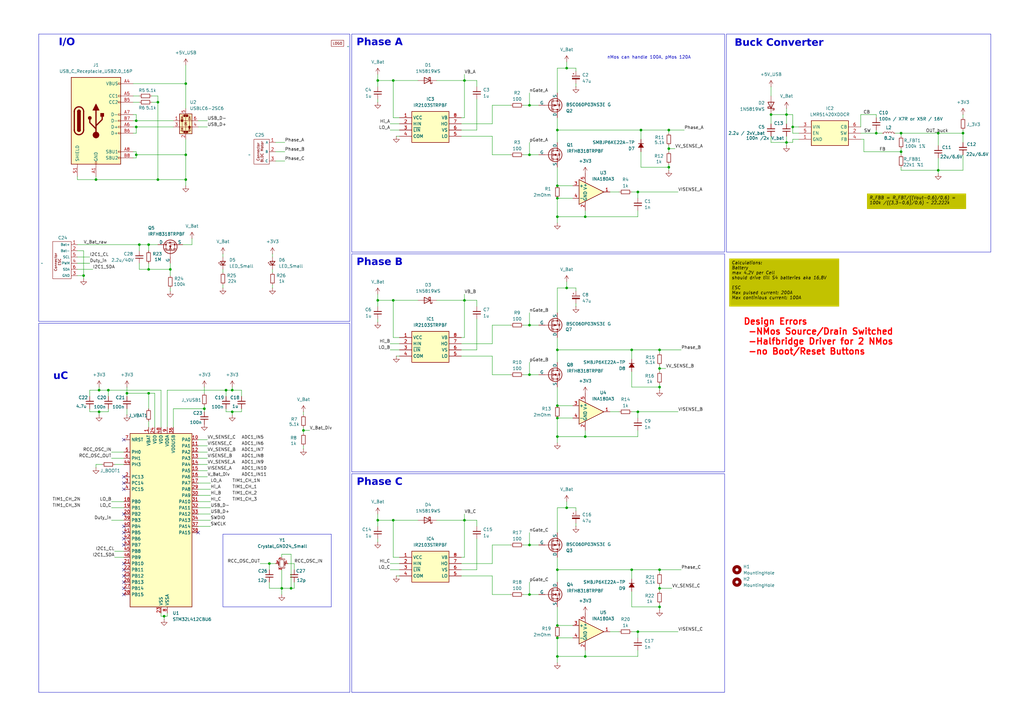
<source format=kicad_sch>
(kicad_sch (version 20250114) (generator "eeschema") (generator_version "9.0")
  (paper "A3")
  (rectangle (start 144.272 104.14) (end 297.18 193.548))
  (rectangle (start 297.942 13.97) (end 406.4 103.378))
  (rectangle (start 15.875 132.588) (end 143.51 283.972))
  (rectangle (start 144.272 194.31) (end 297.18 283.972))
  (rectangle (start 144.272 13.97) (end 297.18 103.378))
  (rectangle (start 15.875 13.97) (end 143.51 131.826))
  (rectangle (start 91.44 219.075) (end 135.89 248.92))
  (text "Phase A" (at 155.702 18.288 0) (effects (font (size 3 3))))
  (text "nMos can handle 100A, pMos 120A" (at 266.192 23.622 0) (effects (font (size 1.27 1.27))))
  (text "Design Errors\n -NMos Source/Drain Switched\n -Halfbridge Driver for 2 NMos\n -no Boot/Reset Buttons\n" (at 304.8 138.176 0) (effects (font (size 2.54 2.54) (thickness 0.508) (bold yes)) (justify left)))
  (text "I/O\n" (at 27.432 18.288 0) (effects (font (size 3 3))))
  (text "Buck Converter" (at 319.532 18.542 0) (effects (font (size 3 3))))
  (text "Phase B" (at 155.702 108.458 0) (effects (font (size 3 3))))
  (text "Phase C" (at 155.702 198.628 0) (effects (font (size 3 3))))
  (text "uC" (at 24.892 155.194 0) (effects (font (size 3 3))))
  (text_box "Calculations:\nBattery\nmax 4.2V per Cell\nshould drive till S4 batteries aka 16,8V\n\nESC\nMax pulsed current: 200A\nMax continious current: 100A\n" (at 299.085 106.045 0) (size 45.085 19.685) (margins 0.9524 0.9524 0.9524 0.9524) (stroke (width -0.0001) (color 255 255 0 1)) (fill (type color) (color 194 194 0 1)) (effects (font (size 1.27 1.27) (italic yes)) (justify left top)))
  (text_box "R_FBB = R_FBT/((Vout-0,6)/0,6) = 100k /((3,3-0,6)/0,6) ~ 22.222k" (at 355.6 79.375 0) (size 40.64 6.35) (margins 0.9524 0.9524 0.9524 0.9524) (stroke (width -0.0001) (color 255 255 0 1)) (fill (type color) (color 194 194 0 1)) (effects (font (size 1.27 1.27) (italic yes)) (justify left top)))
  (junction (at 76.2 63.5))
  (junction (at 95.25 168.91))
  (junction (at 228.6 143.51))
  (junction (at 259.08 233.68))
  (junction (at 60.96 110.49))
  (junction (at 154.94 213.36))
  (junction (at 228.6 261.62))
  (junction (at 76.2 73.66))
  (junction (at 262.89 53.34))
  (junction (at 228.6 81.28))
  (junction (at 240.03 269.24))
  (junction (at 161.29 213.36))
  (junction (at 369.57 54.61))
  (junction (at 217.17 243.84))
  (junction (at 384.81 69.85))
  (junction (at 52.07 161.29))
  (junction (at 92.71 160.02))
  (junction (at 261.62 78.74))
  (junction (at 384.81 54.61))
  (junction (at 228.6 256.54))
  (junction (at 190.5 123.19))
  (junction (at 228.6 179.07))
  (junction (at 240.03 179.07))
  (junction (at 394.97 54.61))
  (junction (at 270.51 241.3))
  (junction (at 64.77 73.66))
  (junction (at 190.5 213.36))
  (junction (at 67.31 252.73))
  (junction (at 232.41 118.11))
  (junction (at 322.58 46.99))
  (junction (at 325.12 52.07))
  (junction (at 115.57 241.3))
  (junction (at 217.17 223.52))
  (junction (at 274.32 53.34))
  (junction (at 55.88 49.53))
  (junction (at 274.32 60.96))
  (junction (at 270.51 143.51))
  (junction (at 119.38 241.3))
  (junction (at 154.94 33.02))
  (junction (at 217.17 133.35))
  (junction (at 217.17 63.5))
  (junction (at 39.37 73.66))
  (junction (at 261.62 168.91))
  (junction (at 228.6 53.34))
  (junction (at 64.77 41.91))
  (junction (at 359.41 54.61))
  (junction (at 232.41 27.94))
  (junction (at 228.6 88.9))
  (junction (at 44.45 160.02))
  (junction (at 40.64 168.91))
  (junction (at 259.08 143.51))
  (junction (at 55.88 52.07))
  (junction (at 228.6 76.2))
  (junction (at 161.29 33.02))
  (junction (at 270.51 233.68))
  (junction (at 270.51 158.75))
  (junction (at 60.96 161.29))
  (junction (at 316.23 46.99))
  (junction (at 69.85 110.49))
  (junction (at 232.41 208.28))
  (junction (at 322.58 58.42))
  (junction (at 110.49 231.14))
  (junction (at 228.6 269.24))
  (junction (at 76.2 34.29))
  (junction (at 228.6 166.37))
  (junction (at 190.5 33.02))
  (junction (at 240.03 88.9))
  (junction (at 270.51 151.13))
  (junction (at 274.32 68.58))
  (junction (at 40.64 160.02))
  (junction (at 124.46 176.53))
  (junction (at 261.62 259.08))
  (junction (at 270.51 248.92))
  (junction (at 60.96 100.33))
  (junction (at 161.29 123.19))
  (junction (at 95.25 160.02))
  (junction (at 34.29 113.03))
  (junction (at 217.17 43.18))
  (junction (at 55.88 63.5))
  (junction (at 154.94 123.19))
  (junction (at 83.82 167.64))
  (junction (at 369.57 62.23))
  (junction (at 228.6 233.68))
  (junction (at 57.15 100.33))
  (junction (at 228.6 171.45))
  (junction (at 217.17 153.67))
  (no_connect (at 50.8 231.14))
  (no_connect (at 81.28 218.44))
  (no_connect (at 50.8 200.66))
  (no_connect (at 50.8 223.52))
  (no_connect (at 50.8 198.12))
  (no_connect (at 50.8 210.82))
  (no_connect (at 50.8 220.98))
  (no_connect (at 50.8 218.44))
  (no_connect (at 50.8 241.3))
  (no_connect (at 50.8 233.68))
  (no_connect (at 50.8 243.84))
  (no_connect (at 50.8 180.34))
  (no_connect (at 50.8 195.58))
  (no_connect (at 50.8 215.9))
  (no_connect (at 50.8 236.22))
  (no_connect (at 50.8 238.76))
  (wire (pts (xy 83.82 168.91) (xy 83.82 167.64)))
  (wire (pts (xy 201.93 133.35) (xy 209.55 133.35)))
  (wire (pts (xy 161.29 213.36) (xy 171.45 213.36)))
  (wire (pts (xy 270.51 158.75) (xy 270.51 157.48)))
  (wire (pts (xy 54.61 52.07) (xy 55.88 52.07)))
  (wire (pts (xy 85.09 187.96) (xy 81.28 187.96)))
  (wire (pts (xy 195.58 130.81) (xy 195.58 143.51)))
  (wire (pts (xy 85.09 180.34) (xy 81.28 180.34)))
  (wire (pts (xy 354.33 62.23) (xy 354.33 57.15)))
  (wire (pts (xy 110.49 231.14) (xy 113.03 231.14)))
  (wire (pts (xy 250.19 259.08) (xy 254 259.08)))
  (wire (pts (xy 325.12 52.07) (xy 327.66 52.07)))
  (wire (pts (xy 40.64 160.02) (xy 44.45 160.02)))
  (wire (pts (xy 262.89 62.23) (xy 262.89 68.58)))
  (wire (pts (xy 195.58 143.51) (xy 189.23 143.51)))
  (wire (pts (xy 270.51 242.57) (xy 270.51 241.3)))
  (wire (pts (xy 228.6 53.34) (xy 262.89 53.34)))
  (wire (pts (xy 316.23 58.42) (xy 316.23 55.88)))
  (wire (pts (xy 240.03 88.9) (xy 240.03 86.36)))
  (wire (pts (xy 34.29 102.87) (xy 31.75 102.87)))
  (wire (pts (xy 228.6 171.45) (xy 234.95 171.45)))
  (wire (pts (xy 262.89 68.58) (xy 274.32 68.58)))
  (wire (pts (xy 124.46 168.91) (xy 124.46 170.18)))
  (wire (pts (xy 250.19 78.74) (xy 254 78.74)))
  (wire (pts (xy 34.29 114.3) (xy 34.29 113.03)))
  (wire (pts (xy 214.63 153.67) (xy 217.17 153.67)))
  (wire (pts (xy 384.81 71.12) (xy 384.81 69.85)))
  (wire (pts (xy 68.58 160.02) (xy 92.71 160.02)))
  (wire (pts (xy 190.5 123.19) (xy 195.58 123.19)))
  (wire (pts (xy 81.28 52.07) (xy 85.09 52.07)))
  (wire (pts (xy 270.51 241.3) (xy 270.51 240.03)))
  (wire (pts (xy 232.41 27.94) (xy 228.6 27.94)))
  (wire (pts (xy 111.76 118.11) (xy 111.76 116.84)))
  (wire (pts (xy 154.94 33.02) (xy 161.29 33.02)))
  (wire (pts (xy 45.72 187.96) (xy 50.8 187.96)))
  (wire (pts (xy 78.74 100.33) (xy 74.93 100.33)))
  (wire (pts (xy 85.09 190.5) (xy 81.28 190.5)))
  (wire (pts (xy 195.58 125.73) (xy 195.58 123.19)))
  (wire (pts (xy 217.17 43.18) (xy 220.98 43.18)))
  (wire (pts (xy 228.6 158.75) (xy 228.6 166.37)))
  (wire (pts (xy 240.03 269.24) (xy 240.03 266.7)))
  (wire (pts (xy 60.96 107.95) (xy 60.96 110.49)))
  (wire (pts (xy 195.58 53.34) (xy 189.23 53.34)))
  (wire (pts (xy 359.41 53.34) (xy 359.41 54.61)))
  (wire (pts (xy 91.44 118.11) (xy 91.44 116.84)))
  (wire (pts (xy 322.58 44.45) (xy 322.58 46.99)))
  (wire (pts (xy 273.05 151.13) (xy 270.51 151.13)))
  (wire (pts (xy 154.94 132.08) (xy 154.94 130.81)))
  (wire (pts (xy 119.38 241.3) (xy 120.65 241.3)))
  (wire (pts (xy 270.51 250.19) (xy 270.51 248.92)))
  (wire (pts (xy 394.97 58.42) (xy 394.97 54.61)))
  (wire (pts (xy 57.15 100.33) (xy 57.15 102.87)))
  (wire (pts (xy 161.29 123.19) (xy 161.29 138.43)))
  (wire (pts (xy 201.93 231.14) (xy 201.93 223.52)))
  (wire (pts (xy 92.71 160.02) (xy 95.25 160.02)))
  (wire (pts (xy 201.93 63.5) (xy 209.55 63.5)))
  (wire (pts (xy 217.17 133.35) (xy 220.98 133.35)))
  (wire (pts (xy 83.82 158.75) (xy 83.82 161.29)))
  (wire (pts (xy 259.08 259.08) (xy 261.62 259.08)))
  (wire (pts (xy 261.62 179.07) (xy 240.03 179.07)))
  (wire (pts (xy 259.08 233.68) (xy 270.51 233.68)))
  (wire (pts (xy 325.12 54.61) (xy 325.12 52.07)))
  (wire (pts (xy 190.5 213.36) (xy 190.5 228.6)))
  (wire (pts (xy 228.6 48.26) (xy 228.6 53.34)))
  (wire (pts (xy 124.46 184.15) (xy 124.46 182.88)))
  (wire (pts (xy 54.61 41.91) (xy 57.15 41.91)))
  (wire (pts (xy 64.77 73.66) (xy 39.37 73.66)))
  (wire (pts (xy 55.88 54.61) (xy 54.61 54.61)))
  (wire (pts (xy 71.12 167.64) (xy 83.82 167.64)))
  (wire (pts (xy 190.5 48.26) (xy 189.23 48.26)))
  (wire (pts (xy 154.94 120.65) (xy 154.94 123.19)))
  (wire (pts (xy 55.88 49.53) (xy 54.61 49.53)))
  (wire (pts (xy 228.6 228.6) (xy 228.6 233.68)))
  (wire (pts (xy 45.72 185.42) (xy 50.8 185.42)))
  (wire (pts (xy 232.41 25.4) (xy 232.41 27.94)))
  (wire (pts (xy 259.08 143.51) (xy 270.51 143.51)))
  (wire (pts (xy 228.6 233.68) (xy 228.6 238.76)))
  (wire (pts (xy 38.1 110.49) (xy 31.75 110.49)))
  (wire (pts (xy 201.93 243.84) (xy 209.55 243.84)))
  (wire (pts (xy 228.6 118.11) (xy 228.6 128.27)))
  (wire (pts (xy 394.97 53.34) (xy 394.97 54.61)))
  (wire (pts (xy 92.71 160.02) (xy 92.71 162.56)))
  (wire (pts (xy 40.64 158.75) (xy 40.64 160.02)))
  (wire (pts (xy 261.62 176.53) (xy 261.62 179.07)))
  (wire (pts (xy 236.22 29.21) (xy 236.22 27.94)))
  (wire (pts (xy 189.23 231.14) (xy 201.93 231.14)))
  (wire (pts (xy 160.02 231.14) (xy 163.83 231.14)))
  (wire (pts (xy 86.36 203.2) (xy 81.28 203.2)))
  (wire (pts (xy 91.44 104.14) (xy 91.44 105.41)))
  (wire (pts (xy 232.41 115.57) (xy 232.41 118.11)))
  (wire (pts (xy 195.58 233.68) (xy 189.23 233.68)))
  (wire (pts (xy 154.94 41.91) (xy 154.94 40.64)))
  (wire (pts (xy 261.62 259.08) (xy 261.62 261.62)))
  (wire (pts (xy 190.5 213.36) (xy 195.58 213.36)))
  (wire (pts (xy 161.29 33.02) (xy 171.45 33.02)))
  (wire (pts (xy 369.57 63.5) (xy 369.57 62.23)))
  (wire (pts (xy 270.51 248.92) (xy 270.51 247.65)))
  (wire (pts (xy 68.58 252.73) (xy 67.31 252.73)))
  (wire (pts (xy 195.58 35.56) (xy 195.58 33.02)))
  (wire (pts (xy 154.94 35.56) (xy 154.94 33.02)))
  (wire (pts (xy 39.37 73.66) (xy 31.75 73.66)))
  (wire (pts (xy 214.63 133.35) (xy 217.17 133.35)))
  (wire (pts (xy 160.02 50.8) (xy 163.83 50.8)))
  (wire (pts (xy 179.07 33.02) (xy 190.5 33.02)))
  (wire (pts (xy 85.09 193.04) (xy 81.28 193.04)))
  (wire (pts (xy 60.96 110.49) (xy 69.85 110.49)))
  (wire (pts (xy 52.07 161.29) (xy 60.96 161.29)))
  (wire (pts (xy 369.57 62.23) (xy 369.57 60.96)))
  (wire (pts (xy 228.6 208.28) (xy 228.6 218.44)))
  (wire (pts (xy 262.89 53.34) (xy 262.89 57.15)))
  (wire (pts (xy 46.99 190.5) (xy 50.8 190.5)))
  (wire (pts (xy 232.41 27.94) (xy 236.22 27.94)))
  (wire (pts (xy 261.62 168.91) (xy 261.62 171.45)))
  (wire (pts (xy 189.23 55.88) (xy 201.93 55.88)))
  (wire (pts (xy 64.77 39.37) (xy 64.77 41.91)))
  (wire (pts (xy 228.6 143.51) (xy 259.08 143.51)))
  (wire (pts (xy 52.07 170.18) (xy 52.07 167.64)))
  (wire (pts (xy 262.89 53.34) (xy 274.32 53.34)))
  (wire (pts (xy 270.51 160.02) (xy 270.51 158.75)))
  (wire (pts (xy 40.64 168.91) (xy 36.83 168.91)))
  (wire (pts (xy 86.36 210.82) (xy 81.28 210.82)))
  (wire (pts (xy 236.22 215.9) (xy 236.22 214.63)))
  (wire (pts (xy 40.64 170.18) (xy 40.64 168.91)))
  (wire (pts (xy 161.29 48.26) (xy 163.83 48.26)))
  (wire (pts (xy 228.6 179.07) (xy 240.03 179.07)))
  (wire (pts (xy 270.51 233.68) (xy 279.4 233.68)))
  (wire (pts (xy 110.49 241.3) (xy 115.57 241.3)))
  (wire (pts (xy 115.57 227.33) (xy 119.38 227.33)))
  (wire (pts (xy 236.22 209.55) (xy 236.22 208.28)))
  (wire (pts (xy 232.41 118.11) (xy 228.6 118.11)))
  (wire (pts (xy 322.58 58.42) (xy 325.12 58.42)))
  (wire (pts (xy 275.59 241.3) (xy 270.51 241.3)))
  (wire (pts (xy 322.58 59.69) (xy 322.58 58.42)))
  (wire (pts (xy 86.36 200.66) (xy 81.28 200.66)))
  (wire (pts (xy 161.29 213.36) (xy 161.29 228.6)))
  (wire (pts (xy 228.6 27.94) (xy 228.6 38.1)))
  (wire (pts (xy 201.93 43.18) (xy 209.55 43.18)))
  (wire (pts (xy 81.28 213.36) (xy 86.36 213.36)))
  (wire (pts (xy 120.65 231.14) (xy 120.65 233.68)))
  (wire (pts (xy 54.61 46.99) (xy 55.88 46.99)))
  (wire (pts (xy 232.41 208.28) (xy 228.6 208.28)))
  (wire (pts (xy 111.76 111.76) (xy 111.76 110.49)))
  (wire (pts (xy 232.41 118.11) (xy 236.22 118.11)))
  (wire (pts (xy 95.25 168.91) (xy 99.06 168.91)))
  (wire (pts (xy 76.2 26.67) (xy 76.2 34.29)))
  (wire (pts (xy 322.58 46.99) (xy 322.58 50.8)))
  (wire (pts (xy 86.36 205.74) (xy 81.28 205.74)))
  (wire (pts (xy 161.29 33.02) (xy 161.29 48.26)))
  (wire (pts (xy 179.07 213.36) (xy 190.5 213.36)))
  (wire (pts (xy 34.29 102.87) (xy 34.29 113.03)))
  (wire (pts (xy 34.29 113.03) (xy 31.75 113.03)))
  (wire (pts (xy 91.44 111.76) (xy 91.44 110.49)))
  (wire (pts (xy 81.28 49.53) (xy 85.09 49.53)))
  (wire (pts (xy 55.88 63.5) (xy 55.88 64.77)))
  (wire (pts (xy 60.96 161.29) (xy 63.5 161.29)))
  (wire (pts (xy 160.02 143.51) (xy 163.83 143.51)))
  (wire (pts (xy 228.6 88.9) (xy 240.03 88.9)))
  (wire (pts (xy 106.68 231.14) (xy 110.49 231.14)))
  (wire (pts (xy 85.09 182.88) (xy 81.28 182.88)))
  (wire (pts (xy 384.81 54.61) (xy 394.97 54.61)))
  (wire (pts (xy 214.63 63.5) (xy 217.17 63.5)))
  (wire (pts (xy 232.41 205.74) (xy 232.41 208.28)))
  (wire (pts (xy 189.23 236.22) (xy 201.93 236.22)))
  (wire (pts (xy 160.02 233.68) (xy 163.83 233.68)))
  (wire (pts (xy 217.17 58.42) (xy 217.17 63.5)))
  (wire (pts (xy 190.5 138.43) (xy 189.23 138.43)))
  (wire (pts (xy 195.58 215.9) (xy 195.58 213.36)))
  (wire (pts (xy 261.62 259.08) (xy 278.13 259.08)))
  (wire (pts (xy 46.99 226.06) (xy 50.8 226.06)))
  (wire (pts (xy 86.36 198.12) (xy 81.28 198.12)))
  (wire (pts (xy 359.41 46.99) (xy 359.41 48.26)))
  (wire (pts (xy 62.23 41.91) (xy 64.77 41.91)))
  (wire (pts (xy 55.88 62.23) (xy 55.88 63.5)))
  (wire (pts (xy 81.28 215.9) (xy 86.36 215.9)))
  (wire (pts (xy 214.63 243.84) (xy 217.17 243.84)))
  (wire (pts (xy 384.81 54.61) (xy 384.81 59.69)))
  (wire (pts (xy 99.06 162.56) (xy 99.06 160.02)))
  (wire (pts (xy 322.58 55.88) (xy 322.58 58.42)))
  (wire (pts (xy 60.96 100.33) (xy 64.77 100.33)))
  (wire (pts (xy 60.96 172.72) (xy 60.96 175.26)))
  (wire (pts (xy 57.15 107.95) (xy 57.15 110.49)))
  (wire (pts (xy 236.22 125.73) (xy 236.22 124.46)))
  (wire (pts (xy 384.81 69.85) (xy 394.97 69.85)))
  (wire (pts (xy 261.62 78.74) (xy 278.13 78.74)))
  (wire (pts (xy 316.23 58.42) (xy 322.58 58.42)))
  (wire (pts (xy 261.62 78.74) (xy 261.62 81.28)))
  (wire (pts (xy 190.5 120.65) (xy 190.5 123.19)))
  (wire (pts (xy 359.41 54.61) (xy 353.06 54.61)))
  (wire (pts (xy 154.94 123.19) (xy 161.29 123.19)))
  (wire (pts (xy 52.07 158.75) (xy 52.07 161.29)))
  (wire (pts (xy 124.46 175.26) (xy 124.46 176.53)))
  (wire (pts (xy 64.77 41.91) (xy 64.77 73.66)))
  (wire (pts (xy 76.2 73.66) (xy 64.77 73.66)))
  (wire (pts (xy 217.17 63.5) (xy 220.98 63.5)))
  (wire (pts (xy 60.96 100.33) (xy 60.96 102.87)))
  (wire (pts (xy 44.45 160.02) (xy 66.04 160.02)))
  (wire (pts (xy 92.71 167.64) (xy 92.71 168.91)))
  (wire (pts (xy 179.07 123.19) (xy 190.5 123.19)))
  (wire (pts (xy 189.23 140.97) (xy 201.93 140.97)))
  (wire (pts (xy 259.08 147.32) (xy 259.08 143.51)))
  (wire (pts (xy 316.23 50.8) (xy 316.23 46.99)))
  (wire (pts (xy 39.37 72.39) (xy 39.37 73.66)))
  (wire (pts (xy 190.5 210.82) (xy 190.5 213.36)))
  (wire (pts (xy 270.51 144.78) (xy 270.51 143.51)))
  (wire (pts (xy 228.6 143.51) (xy 228.6 148.59)))
  (wire (pts (xy 55.88 46.99) (xy 55.88 49.53)))
  (wire (pts (xy 250.19 168.91) (xy 254 168.91)))
  (wire (pts (xy 201.93 153.67) (xy 209.55 153.67)))
  (wire (pts (xy 110.49 241.3) (xy 110.49 238.76)))
  (wire (pts (xy 118.11 231.14) (xy 120.65 231.14)))
  (wire (pts (xy 160.02 53.34) (xy 163.83 53.34)))
  (wire (pts (xy 228.6 233.68) (xy 259.08 233.68)))
  (wire (pts (xy 369.57 55.88) (xy 369.57 54.61)))
  (wire (pts (xy 111.76 104.14) (xy 111.76 105.41)))
  (wire (pts (xy 39.37 190.5) (xy 41.91 190.5)))
  (wire (pts (xy 119.38 227.33) (xy 119.38 241.3)))
  (wire (pts (xy 214.63 43.18) (xy 217.17 43.18)))
  (wire (pts (xy 189.23 146.05) (xy 201.93 146.05)))
  (wire (pts (xy 95.25 158.75) (xy 95.25 160.02)))
  (wire (pts (xy 217.17 128.27) (xy 217.17 133.35)))
  (wire (pts (xy 67.31 252.73) (xy 66.04 252.73)))
  (wire (pts (xy 228.6 179.07) (xy 228.6 171.45)))
  (wire (pts (xy 68.58 175.26) (xy 68.58 160.02)))
  (wire (pts (xy 217.17 148.59) (xy 217.17 153.67)))
  (wire (pts (xy 195.58 220.98) (xy 195.58 233.68)))
  (wire (pts (xy 45.72 208.28) (xy 50.8 208.28)))
  (wire (pts (xy 354.33 62.23) (xy 369.57 62.23)))
  (wire (pts (xy 31.75 100.33) (xy 57.15 100.33)))
  (wire (pts (xy 162.56 55.88) (xy 163.83 55.88)))
  (wire (pts (xy 83.82 167.64) (xy 83.82 166.37)))
  (wire (pts (xy 46.99 228.6) (xy 50.8 228.6)))
  (wire (pts (xy 316.23 35.56) (xy 316.23 39.37)))
  (wire (pts (xy 240.03 179.07) (xy 240.03 176.53)))
  (wire (pts (xy 394.97 69.85) (xy 394.97 63.5)))
  (wire (pts (xy 261.62 88.9) (xy 240.03 88.9)))
  (wire (pts (xy 190.5 123.19) (xy 190.5 138.43)))
  (wire (pts (xy 270.51 143.51) (xy 279.4 143.51)))
  (wire (pts (xy 228.6 269.24) (xy 240.03 269.24)))
  (wire (pts (xy 228.6 248.92) (xy 228.6 256.54)))
  (wire (pts (xy 44.45 162.56) (xy 44.45 160.02)))
  (wire (pts (xy 259.08 242.57) (xy 259.08 248.92)))
  (wire (pts (xy 261.62 86.36) (xy 261.62 88.9)))
  (wire (pts (xy 115.57 241.3) (xy 119.38 241.3)))
  (wire (pts (xy 161.29 138.43) (xy 163.83 138.43)))
  (wire (pts (xy 39.37 190.5) (xy 39.37 191.77)))
  (wire (pts (xy 201.93 223.52) (xy 209.55 223.52)))
  (wire (pts (xy 274.32 53.34) (xy 280.67 53.34)))
  (wire (pts (xy 190.5 30.48) (xy 190.5 33.02)))
  (wire (pts (xy 274.32 69.85) (xy 274.32 68.58)))
  (wire (pts (xy 261.62 266.7) (xy 261.62 269.24)))
  (wire (pts (xy 325.12 58.42) (xy 325.12 57.15)))
  (wire (pts (xy 36.83 168.91) (xy 36.83 167.64)))
  (wire (pts (xy 99.06 168.91) (xy 99.06 167.64)))
  (wire (pts (xy 57.15 110.49) (xy 60.96 110.49)))
  (wire (pts (xy 67.31 252.73) (xy 67.31 254)))
  (wire (pts (xy 228.6 271.78) (xy 228.6 269.24)))
  (wire (pts (xy 154.94 213.36) (xy 161.29 213.36)))
  (wire (pts (xy 113.03 58.42) (xy 116.84 58.42)))
  (wire (pts (xy 190.5 228.6) (xy 189.23 228.6)))
  (wire (pts (xy 36.83 107.95) (xy 31.75 107.95)))
  (wire (pts (xy 60.96 161.29) (xy 60.96 167.64)))
  (wire (pts (xy 228.6 256.54) (xy 234.95 256.54)))
  (wire (pts (xy 322.58 46.99) (xy 325.12 46.99)))
  (wire (pts (xy 316.23 46.99) (xy 322.58 46.99)))
  (wire (pts (xy 189.23 50.8) (xy 201.93 50.8)))
  (wire (pts (xy 92.71 168.91) (xy 95.25 168.91)))
  (wire (pts (xy 162.56 236.22) (xy 163.83 236.22)))
  (wire (pts (xy 69.85 110.49) (xy 69.85 113.03)))
  (wire (pts (xy 154.94 210.82) (xy 154.94 213.36)))
  (wire (pts (xy 201.93 50.8) (xy 201.93 43.18)))
  (wire (pts (xy 369.57 54.61) (xy 367.03 54.61)))
  (wire (pts (xy 54.61 34.29) (xy 76.2 34.29)))
  (wire (pts (xy 259.08 248.92) (xy 270.51 248.92)))
  (wire (pts (xy 45.72 213.36) (xy 50.8 213.36)))
  (wire (pts (xy 228.6 81.28) (xy 234.95 81.28)))
  (wire (pts (xy 228.6 181.61) (xy 228.6 179.07)))
  (wire (pts (xy 274.32 60.96) (xy 274.32 59.69)))
  (wire (pts (xy 259.08 78.74) (xy 261.62 78.74)))
  (wire (pts (xy 228.6 261.62) (xy 234.95 261.62)))
  (wire (pts (xy 52.07 162.56) (xy 52.07 161.29)))
  (wire (pts (xy 76.2 63.5) (xy 76.2 57.15)))
  (wire (pts (xy 259.08 233.68) (xy 259.08 237.49)))
  (wire (pts (xy 55.88 52.07) (xy 55.88 54.61)))
  (wire (pts (xy 369.57 54.61) (xy 384.81 54.61)))
  (wire (pts (xy 54.61 62.23) (xy 55.88 62.23)))
  (wire (pts (xy 201.93 146.05) (xy 201.93 153.67)))
  (wire (pts (xy 160.02 140.97) (xy 163.83 140.97)))
  (wire (pts (xy 359.41 54.61) (xy 361.95 54.61)))
  (wire (pts (xy 95.25 168.91) (xy 95.25 170.18)))
  (wire (pts (xy 217.17 153.67) (xy 220.98 153.67)))
  (wire (pts (xy 232.41 208.28) (xy 236.22 208.28)))
  (wire (pts (xy 85.09 185.42) (xy 81.28 185.42)))
  (wire (pts (xy 228.6 138.43) (xy 228.6 143.51)))
  (wire (pts (xy 259.08 158.75) (xy 270.51 158.75)))
  (wire (pts (xy 274.32 68.58) (xy 274.32 67.31)))
  (wire (pts (xy 154.94 125.73) (xy 154.94 123.19)))
  (wire (pts (xy 31.75 73.66) (xy 31.75 72.39)))
  (wire (pts (xy 36.83 160.02) (xy 40.64 160.02)))
  (wire (pts (xy 113.03 62.23) (xy 116.84 62.23)))
  (wire (pts (xy 115.57 241.3) (xy 115.57 243.84)))
  (wire (pts (xy 68.58 252.73) (xy 68.58 251.46)))
  (wire (pts (xy 228.6 91.44) (xy 228.6 88.9)))
  (wire (pts (xy 45.72 205.74) (xy 50.8 205.74)))
  (wire (pts (xy 44.45 168.91) (xy 44.45 167.64)))
  (wire (pts (xy 274.32 62.23) (xy 274.32 60.96)))
  (wire (pts (xy 228.6 68.58) (xy 228.6 76.2)))
  (wire (pts (xy 69.85 118.11) (xy 69.85 119.38)))
  (wire (pts (xy 85.09 195.58) (xy 81.28 195.58)))
  (wire (pts (xy 228.6 53.34) (xy 228.6 58.42)))
  (wire (pts (xy 353.06 46.99) (xy 359.41 46.99)))
  (wire (pts (xy 228.6 88.9) (xy 228.6 81.28)))
  (wire (pts (xy 81.28 208.28) (xy 86.36 208.28)))
  (wire (pts (xy 154.94 30.48) (xy 154.94 33.02)))
  (wire (pts (xy 66.04 252.73) (xy 66.04 251.46)))
  (wire (pts (xy 201.93 236.22) (xy 201.93 243.84)))
  (wire (pts (xy 154.94 222.25) (xy 154.94 220.98)))
  (wire (pts (xy 195.58 40.64) (xy 195.58 53.34)))
  (wire (pts (xy 270.51 151.13) (xy 270.51 149.86)))
  (wire (pts (xy 190.5 33.02) (xy 195.58 33.02)))
  (wire (pts (xy 78.74 97.79) (xy 78.74 100.33)))
  (wire (pts (xy 354.33 57.15) (xy 353.06 57.15)))
  (wire (pts (xy 127 176.53) (xy 124.46 176.53)))
  (wire (pts (xy 228.6 269.24) (xy 228.6 261.62)))
  (wire (pts (xy 201.93 55.88) (xy 201.93 63.5)))
  (wire (pts (xy 57.15 39.37) (xy 54.61 39.37)))
  (wire (pts (xy 261.62 168.91) (xy 278.13 168.91)))
  (wire (pts (xy 236.22 35.56) (xy 236.22 34.29)))
  (wire (pts (xy 325.12 57.15) (xy 327.66 57.15)))
  (wire (pts (xy 270.51 234.95) (xy 270.51 233.68)))
  (wire (pts (xy 115.57 233.68) (xy 115.57 241.3)))
  (wire (pts (xy 40.64 168.91) (xy 44.45 168.91)))
  (wire (pts (xy 259.08 152.4) (xy 259.08 158.75)))
  (wire (pts (xy 261.62 269.24) (xy 240.03 269.24)))
  (wire (pts (xy 217.17 223.52) (xy 220.98 223.52)))
  (wire (pts (xy 228.6 76.2) (xy 234.95 76.2)))
  (wire (pts (xy 162.56 146.05) (xy 163.83 146.05)))
  (wire (pts (xy 325.12 46.99) (xy 325.12 52.07)))
  (wire (pts (xy 55.88 63.5) (xy 76.2 63.5)))
  (wire (pts (xy 66.04 160.02) (xy 66.04 175.26)))
  (wire (pts (xy 55.88 64.77) (xy 54.61 64.77)))
  (wire (pts (xy 214.63 223.52) (xy 217.17 223.52)))
  (wire (pts (xy 124.46 176.53) (xy 124.46 177.8)))
  (wire (pts (xy 276.86 60.96) (xy 274.32 60.96)))
  (wire (pts (xy 69.85 107.95) (xy 69.85 110.49)))
  (wire (pts (xy 154.94 215.9) (xy 154.94 213.36)))
  (wire (pts (xy 36.83 162.56) (xy 36.83 160.02)))
  (wire (pts (xy 113.03 66.04) (xy 116.84 66.04)))
  (wire (pts (xy 270.51 152.4) (xy 270.51 151.13)))
  (wire (pts (xy 217.17 238.76) (xy 217.17 243.84)))
  (wire (pts (xy 217.17 218.44) (xy 217.17 223.52)))
  (wire (pts (xy 369.57 69.85) (xy 384.81 69.85)))
  (wire (pts (xy 217.17 38.1) (xy 217.17 43.18)))
  (wire (pts (xy 190.5 33.02) (xy 190.5 48.26)))
  (wire (pts (xy 63.5 161.29) (xy 63.5 175.26)))
  (wire (pts (xy 394.97 46.99) (xy 394.97 48.26)))
  (wire (pts (xy 57.15 100.33) (xy 60.96 100.33)))
  (wire (pts (xy 55.88 52.07) (xy 71.12 52.07)))
  (wire (pts (xy 36.83 105.41) (xy 31.75 105.41)))
  (wire (pts (xy 274.32 53.34) (xy 274.32 54.61)))
  (wire (pts (xy 369.57 69.85) (xy 369.57 68.58)))
  (wire (pts (xy 110.49 231.14) (xy 110.49 233.68)))
  (wire (pts (xy 353.06 52.07) (xy 353.06 46.99)))
  (wire (pts (xy 327.66 54.61) (xy 325.12 54.61)))
  (wire (pts (xy 62.23 39.37) (xy 64.77 39.37)))
  (wire (pts (xy 71.12 167.64) (xy 71.12 175.26)))
  (wire (pts (xy 384.81 64.77) (xy 384.81 69.85)))
  (wire (pts (xy 95.25 160.02) (xy 99.06 160.02)))
  (wire (pts (xy 115.57 228.6) (xy 115.57 227.33)))
  (wire (pts (xy 228.6 166.37) (xy 234.95 166.37)))
  (wire (pts (xy 259.08 168.91) (xy 261.62 168.91)))
  (wire (pts (xy 120.65 241.3) (xy 120.65 238.76)))
  (wire (pts (xy 161.29 123.19) (xy 171.45 123.19)))
  (wire (pts (xy 236.22 119.38) (xy 236.22 118.11)))
  (wire (pts (xy 76.2 76.2) (xy 76.2 73.66)))
  (wire (pts (xy 71.12 49.53) (xy 55.88 49.53)))
  (wire (pts (xy 76.2 34.29) (xy 76.2 44.45)))
  (wire (pts (xy 217.17 243.84) (xy 220.98 243.84)))
  (wire (pts (xy 201.93 140.97) (xy 201.93 133.35)))
  (wire (pts (xy 76.2 73.66) (xy 76.2 63.5)))
  (wire (pts (xy 161.29 228.6) (xy 163.83 228.6)))
  (label "RCC_OSC_OUT" (at 45.72 187.96 180))
  (label "TIM1_CH_1N" (at 95.25 198.12 0))
  (label "ADC1_IN9" (at 99.06 190.5 0))
  (label "LO_A" (at 160.02 53.34 180))
  (label "V_Bat_Div" (at 127 176.53 0))
  (label "VISENSE_C" (at 85.09 182.88 0))
  (label "SWDIO" (at 86.36 213.36 0))
  (label "RCC_OSC_IN" (at 120.65 231.14 0))
  (label "VB_C" (at 190.5 210.82 0))
  (label "VV_SENSE_C" (at 85.09 180.34 0))
  (label "VV_SENSE_A" (at 276.86 60.96 0))
  (label "I2C1_SDA" (at 38.1 110.49 0))
  (label "pGate_A" (at 217.17 58.42 0))
  (label "Duty_in" (at 45.72 213.36 180))
  (label "Hi_B" (at 160.02 140.97 180))
  (label "nGate_A" (at 217.17 38.1 0))
  (label "Phase_C" (at 279.4 233.68 0))
  (label "OUT_buck" (at 379.73 54.61 0))
  (label "ADC1_IN7" (at 99.06 185.42 0))
  (label "LO_B" (at 160.02 143.51 180))
  (label "pGate_B" (at 217.17 148.59 0))
  (label "ADC1_IN10" (at 99.06 193.04 0))
  (label "ADC1_IN8" (at 99.06 187.96 0))
  (label "VV_SENSE_B" (at 85.09 185.42 0))
  (label "I2C1_CL" (at 36.83 105.41 0))
  (label "Phase_C" (at 116.84 66.04 0))
  (label "Phase_A" (at 116.84 58.42 0))
  (label "I2C1_SDA" (at 46.99 228.6 180))
  (label "Hi_A" (at 86.36 200.66 0))
  (label "USB_D+" (at 85.09 52.07 0))
  (label "VB_A" (at 190.5 30.48 0))
  (label "VV_SENSE_C" (at 275.59 241.3 0))
  (label "Hi_A" (at 160.02 50.8 180))
  (label "LO_C" (at 45.72 208.28 180))
  (label "VISENSE_C" (at 278.13 259.08 0))
  (label "ADC1_IN6" (at 99.06 182.88 0))
  (label "USB_D-" (at 85.09 49.53 0))
  (label "VV_SENSE_B" (at 273.05 151.13 0))
  (label "SW" (at 354.33 54.61 0))
  (label "V_Bat_Div" (at 85.09 195.58 0))
  (label "TIM1_CH_2" (at 95.25 203.2 0))
  (label "RCC_OSC_OUT" (at 106.68 231.14 180))
  (label "V_Bat_raw" (at 34.29 100.33 0))
  (label "I2C1_CL" (at 46.99 226.06 180))
  (label "USB_D-" (at 86.36 208.28 0))
  (label "Hi_B" (at 86.36 203.2 0))
  (label "TIM1_CH_3" (at 95.25 205.74 0))
  (label "TIM1_CH_1" (at 95.25 200.66 0))
  (label "Phase_B" (at 116.84 62.23 0))
  (label "RCC_OSC_IN" (at 45.72 185.42 180))
  (label "nGate_B" (at 217.17 128.27 0))
  (label "LO_C" (at 160.02 233.68 180))
  (label "LO_B" (at 45.72 205.74 180))
  (label "TIM1_CH_2N" (at 33.02 205.74 180))
  (label "ADC1_IN5" (at 99.06 180.34 0))
  (label "TIM1_CH_3N" (at 33.02 208.28 180))
  (label "pGate_C" (at 217.17 238.76 0))
  (label "Phase_B" (at 279.4 143.51 0))
  (label "LO_A" (at 86.36 198.12 0))
  (label "HI_C" (at 86.36 205.74 0))
  (label "VISENSE_B" (at 278.13 168.91 0))
  (label "VISENSE_A" (at 278.13 78.74 0))
  (label "SWCLK" (at 86.36 215.9 0))
  (label "VV_SENSE_A" (at 85.09 190.5 0))
  (label "VISENSE_A" (at 85.09 193.04 0))
  (label "CB" (at 354.0955 46.99 0))
  (label "ADC1_IN11" (at 99.06 195.58 0))
  (label "HI_C" (at 160.02 231.14 180))
  (label "Duty_in" (at 36.83 107.95 0))
  (label "VB_B" (at 190.5 120.65 0))
  (label "Phase_A" (at 280.67 53.34 0))
  (label "FB" (at 360.68 62.23 0))
  (label "USB_D+" (at 86.36 210.82 0))
  (label "VISENSE_B" (at 85.09 187.96 0))
  (label "nGate_C" (at 217.17 218.44 0))
  (symbol (lib_id "Device:R_Small") (at 256.54 259.08 270) (unit 1)
    (property "Reference" "R20" (at 256.54 254 90))
    (property "Value" "1k" (at 256.54 256.54 90))
    (property "Footprint" "Resistor_SMD:R_0603_1608Metric" (effects (hide yes)))
    (property "Description" "Resistor, small symbol" (effects (hide yes)))
  )
  (symbol (lib_id "power:+6V") (at 91.44 104.14 0) (unit 1)
    (property "Reference" "#PWR044" (effects (hide yes)))
    (property "Value" "V_Bat" (at 91.44 99.06 0))
    (property "Description" "Power symbol creates a global label with name \"+6V\"" (effects (hide yes)))
  )
  (symbol (lib_id "power:GND") (at 115.57 243.84 0) (unit 1)
    (property "Reference" "#PWR045" (effects (hide yes)))
    (property "Value" "GND" (effects (hide yes)))
    (property "Description" "Power symbol creates a global label with name \"GND\" , ground" (effects (hide yes)))
  )
  (symbol (lib_id "power:GND") (at 162.56 236.22 0) (unit 1)
    (property "Reference" "#PWR028" (effects (hide yes)))
    (property "Value" "GND" (effects (hide yes)))
    (property "Description" "Power symbol creates a global label with name \"GND\" , ground" (effects (hide yes)))
  )
  (symbol (lib_id "power:GND") (at 154.94 41.91 0) (unit 1)
    (property "Reference" "#PWR06" (effects (hide yes)))
    (property "Value" "GND" (effects (hide yes)))
    (property "Description" "Power symbol creates a global label with name \"GND\" , ground" (effects (hide yes)))
  )
  (symbol (lib_id "Device:C_Small") (at 154.94 38.1 0) (mirror x) (unit 1)
    (property "Reference" "C4" (at 152.4 36.8235 0) (effects (justify right)))
    (property "Value" "1u" (at 152.4 39.3635 0) (effects (justify right)))
    (property "Footprint" "Capacitor_SMD:C_0603_1608Metric" (effects (hide yes)))
    (property "Description" "Unpolarized capacitor, small symbol" (effects (hide yes)))
  )
  (symbol (lib_id "Device:R_Small") (at 44.45 190.5 270) (unit 1)
    (property "Reference" "J_BOOT1" (at 45.212 193.04 90))
    (property "Value" "0" (effects (hide yes)))
    (property "Footprint" "Resistor_SMD:R_0603_1608Metric" (effects (hide yes)))
    (property "Description" "Resistor, small symbol" (effects (hide yes)))
  )
  (symbol (lib_id "power:+3V3") (at 111.76 104.14 0) (unit 1)
    (property "Reference" "#PWR051" (effects (hide yes)))
    (property "Value" "+3V3" (at 111.76 99.06 0))
    (property "Description" "Power symbol creates a global label with name \"+3V3\"" (effects (hide yes)))
  )
  (symbol (lib_id "Device:R_Small") (at 256.54 168.91 270) (unit 1)
    (property "Reference" "R14" (at 256.54 163.83 90))
    (property "Value" "1k" (at 256.54 166.37 90))
    (property "Footprint" "Resistor_SMD:R_0603_1608Metric" (effects (hide yes)))
    (property "Description" "Resistor, small symbol" (effects (hide yes)))
  )
  (symbol (lib_id "Device:LED_Small") (at 91.44 107.95 90) (unit 1)
    (property "Reference" "D5" (at 93.98 106.6164 90) (effects (justify right)))
    (property "Value" "LED_Small" (at 93.98 109.1564 90) (effects (justify right)))
    (property "Footprint" "LED_SMD:LED_0603_1608Metric" (effects (hide yes)))
    (property "Description" "Light emitting diode, small symbol" (effects (hide yes)))
  )
  (symbol (lib_id "ESC_Library:LMR51420XDDCR") (at 327.66 52.07 0) (unit 1)
    (property "Reference" "IC2" (at 340.36 44.45 0))
    (property "Value" "LMR51420XDDCR" (at 340.36 46.99 0))
    (property "Footprint" "SOT95P280X110-6N" (effects (hide yes)))
    (property "Datasheet" "https://www.ti.com/lit/ds/symlink/lmr51420.pdf?ts=1663231243064" (effects (hide yes)))
    (property "Description" "Switching Voltage Regulators SIMPLE SWITCHER power converter 4.5-V to 36-V, 2-A, synchronous buck with 40-uA IQ" (effects (hide yes)))
    (property "Height" "1.1" (effects (hide yes)))
    (property "Mouser Part Number" "595-LMR51420XDDCR" (effects (hide yes)))
    (property "Mouser Price/Stock" "https://www.mouser.co.uk/ProductDetail/Texas-Instruments/LMR51420XDDCR?qs=vvQtp7zwQdN6fBqQU4azxw%3D%3D" (effects (hide yes)))
    (property "Manufacturer_Name" "Texas Instruments" (effects (hide yes)))
    (property "Manufacturer_Part_Number" "LMR51420XDDCR" (effects (hide yes)))
  )
  (symbol (lib_id "Device:R_Small") (at 256.54 78.74 270) (unit 1)
    (property "Reference" "R4" (at 256.54 73.66 90))
    (property "Value" "1k" (at 256.54 76.2 90))
    (property "Footprint" "Resistor_SMD:R_0603_1608Metric" (effects (hide yes)))
    (property "Description" "Resistor, small symbol" (effects (hide yes)))
  )
  (symbol (lib_id "Device:C_Small") (at 110.49 236.22 0) (mirror x) (unit 1)
    (property "Reference" "C26" (at 109.728 234.188 0) (effects (justify right)))
    (property "Value" "12p" (at 109.474 237.998 0) (effects (justify right)))
    (property "Footprint" "Capacitor_SMD:C_0402_1005Metric" (effects (hide yes)))
    (property "Description" "Unpolarized capacitor, small symbol" (effects (hide yes)))
  )
  (symbol (lib_id "power:GND") (at 236.22 215.9 0) (mirror y) (unit 1)
    (property "Reference" "#PWR031" (effects (hide yes)))
    (property "Value" "GND" (effects (hide yes)))
    (property "Description" "Power symbol creates a global label with name \"GND\" , ground" (effects (hide yes)))
  )
  (symbol (lib_id "power:+3V3") (at 95.25 158.75 0) (unit 1)
    (property "Reference" "#PWR041" (effects (hide yes)))
    (property "Value" "+3V3" (at 95.25 153.67 0))
    (property "Description" "Power symbol creates a global label with name \"+3V3\"" (effects (hide yes)))
  )
  (symbol (lib_id "Diode:1N5819WS") (at 175.26 213.36 180) (unit 1)
    (property "Reference" "D4" (at 175.5775 207.01 0))
    (property "Value" "1N5819WS" (at 175.5775 209.55 0))
    (property "Footprint" "Diode_SMD:D_SOD-323" (effects (hide yes)))
    (property "Datasheet" "https://datasheet.lcsc.com/lcsc/2204281430_Guangdong-Hottech-1N5819WS_C191023.pdf" (effects (hide yes)))
    (property "Description" "40V 600mV@1A 1A SOD-323 Schottky Barrier Diodes, SOD-323" (effects (hide yes)))
  )
  (symbol (lib_id "Device:C_Small") (at 99.06 165.1 0) (mirror x) (unit 1)
    (property "Reference" "C18" (at 98.298 163.068 0) (effects (justify right)))
    (property "Value" "1u" (at 97.79 166.624 0) (effects (justify right)))
    (property "Footprint" "Capacitor_SMD:C_0603_1608Metric" (effects (hide yes)))
    (property "Description" "Unpolarized capacitor, small symbol" (effects (hide yes)))
  )
  (symbol (lib_id "Mechanical:MountingHole") (at 302.26 238.76 0) (unit 1) (exclude_from_sim yes) (in_bom no)
    (property "Reference" "H2" (at 304.8 237.4899 0) (effects (justify left)))
    (property "Value" "MountingHole" (at 304.8 240.0299 0) (effects (justify left)))
    (property "Footprint" "MountingHole:MountingHole_2.2mm_M2" (effects (hide yes)))
    (property "Description" "Mounting Hole without connection" (effects (hide yes)))
  )
  (symbol (lib_id "power:GND") (at 34.29 114.3 0) (unit 1)
    (property "Reference" "#PWR043" (effects (hide yes)))
    (property "Value" "GND" (effects (hide yes)))
    (property "Description" "Power symbol creates a global label with name \"GND\" , ground" (effects (hide yes)))
  )
  (symbol (lib_id "ESC_Library:IR2103STRPBF") (at 163.83 48.26 0) (unit 1)
    (property "Reference" "IC3" (at 176.53 40.64 0))
    (property "Value" "IR2103STRPBF" (at 176.53 43.18 0))
    (property "Footprint" "SOIC127P600X175-8N" (effects (hide yes)))
    (property "Datasheet" "https://www.infineon.com/cms/en/product/power/gate-driver-ics/?" (effects (hide yes)))
    (property "Description" "Gate Drivers Half Bridge Driver 520ns" (effects (hide yes)))
    (property "Height" "1.75" (effects (hide yes)))
    (property "Mouser Part Number" "942-IR2103STRPBF" (effects (hide yes)))
    (property "Mouser Price/Stock" "https://www.mouser.co.uk/ProductDetail/Infineon-Technologies/IR2103STRPBF?qs=2r01AXMCG3MUNnnJnNllYQ%3D%3D" (effects (hide yes)))
    (property "Manufacturer_Name" "Infineon" (effects (hide yes)))
    (property "Manufacturer_Part_Number" "IR2103STRPBF" (effects (hide yes)))
  )
  (symbol (lib_id "Mechanical:MountingHole") (at 302.26 233.68 0) (unit 1) (exclude_from_sim yes) (in_bom no)
    (property "Reference" "H1" (at 304.8 232.4099 0) (effects (justify left)))
    (property "Value" "MountingHole" (at 304.8 234.9499 0) (effects (justify left)))
    (property "Footprint" "MountingHole:MountingHole_2.2mm_M2_DIN965_Pad" (effects (hide yes)))
    (property "Description" "Mounting Hole without connection" (effects (hide yes)))
  )
  (symbol (lib_id "power:GND") (at 228.6 271.78 0) (unit 1)
    (property "Reference" "#PWR029" (effects (hide yes)))
    (property "Value" "GND" (effects (hide yes)))
    (property "Description" "Power symbol creates a global label with name \"GND\" , ground" (effects (hide yes)))
  )
  (symbol (lib_id "power:GND") (at 162.56 146.05 0) (unit 1)
    (property "Reference" "#PWR018" (effects (hide yes)))
    (property "Value" "GND" (effects (hide yes)))
    (property "Description" "Power symbol creates a global label with name \"GND\" , ground" (effects (hide yes)))
  )
  (symbol (lib_id "Device:R_Small") (at 228.6 168.91 0) (unit 1)
    (property "Reference" "R13" (at 226.06 167.6399 0) (effects (justify right)))
    (property "Value" "2mOhm" (at 226.06 170.1799 0) (effects (justify right)))
    (property "Footprint" "Resistor_SMD:R_2512_6332Metric" (effects (hide yes)))
    (property "Description" "Resistor, small symbol" (effects (hide yes)))
    (property " Mouser-Nr.: " "603-PA2512FKM7W0R002 " (effects (hide yes)))
  )
  (symbol (lib_id "Device:C_Small") (at 394.97 60.96 180) (unit 1)
    (property "Reference" "C12" (at 396.494 59.182 0) (effects (justify right)))
    (property "Value" "22u/6.6V" (at 396.24 63.246 0) (effects (justify right)))
    (property "Footprint" "Capacitor_SMD:C_0603_1608Metric" (effects (hide yes)))
    (property "Description" "Unpolarized capacitor, small symbol" (effects (hide yes)))
  )
  (symbol (lib_id "Device:C_Small") (at 261.62 264.16 180) (unit 1)
    (property "Reference" "C17" (at 264.2761 262.8835 0) (effects (justify right)))
    (property "Value" "1n" (at 264.2761 265.4235 0) (effects (justify right)))
    (property "Footprint" "Capacitor_SMD:C_0603_1608Metric" (effects (hide yes)))
    (property "Description" "Unpolarized capacitor, small symbol" (effects (hide yes)))
  )
  (symbol (lib_id "Device:R_Small") (at 212.09 243.84 90) (unit 1)
    (property "Reference" "R18" (at 212.09 238.76 90))
    (property "Value" "100" (at 212.09 241.3 90))
    (property "Footprint" "Resistor_SMD:R_0603_1608Metric" (effects (hide yes)))
    (property "Description" "Resistor, small symbol" (effects (hide yes)))
  )
  (symbol (lib_id "Device:L_Small") (at 364.49 54.61 90) (unit 1)
    (property "Reference" "L2" (at 364.49 52.324 90))
    (property "Value" "8.2u" (at 364.744 56.642 90))
    (property "Footprint" "XAL5050822MEC" (effects (hide yes)))
    (property "Description" "Inductor, small symbol" (effects (hide yes)))
    (property "Height" "5.1" (effects (hide yes)))
    (property "Mouser Part Number" "994-XAL5050-822MEC" (effects (hide yes)))
    (property "Mouser Price/Stock" "https://www.mouser.co.uk/ProductDetail/Coilcraft/XAL5050-822MEC?qs=zCSbvcPd3pZDEPpKfFCYbg%3D%3D" (effects (hide yes)))
    (property "Manufacturer_Name" "COILCRAFT" (effects (hide yes)))
    (property "Manufacturer_Part_Number" "XAL5050-822MEC" (effects (hide yes)))
  )
  (symbol (lib_id "power:GND") (at 228.6 181.61 0) (unit 1)
    (property "Reference" "#PWR019" (effects (hide yes)))
    (property "Value" "GND" (effects (hide yes)))
    (property "Description" "Power symbol creates a global label with name \"GND\" , ground" (effects (hide yes)))
  )
  (symbol (lib_id "Simulation_SPICE:NMOS") (at 226.06 243.84 0) (unit 1)
    (property "Reference" "Q4" (at 232.41 239.776 0) (effects (justify left)))
    (property "Value" "IRFH8318TRPBF" (at 232.41 242.316 0) (effects (justify left)))
    (property "Footprint" "ESC_footrpints:BSC054N04NSGATMA1" (effects (hide yes)))
    (property "Datasheet" "https://ngspice.sourceforge.io/docs/ngspice-html-manual/manual.xhtml#cha_MOSFETs" (effects (hide yes)))
    (property "Description" "N-MOSFET transistor, drain/source/gate" (effects (hide yes)))
    (property "Sim.Device" "NMOS" (effects (hide yes)))
    (property "Sim.Type" "VDMOS" (effects (hide yes)))
    (property "Sim.Pins" "1=D 2=G 3=S" (effects (hide yes)))
  )
  (symbol (lib_id "power:+5V") (at 316.23 35.56 0) (unit 1)
    (property "Reference" "#PWR010" (effects (hide yes)))
    (property "Value" "+5V_USB" (at 316.23 30.48 0))
    (property "Description" "Power symbol creates a global label with name \"+5V\"" (effects (hide yes)))
  )
  (symbol (lib_id "Device:R_Small") (at 124.46 180.34 180) (unit 1)
    (property "Reference" "R8" (at 120.396 179.578 0))
    (property "Value" "1k" (at 120.396 181.864 0))
    (property "Footprint" "Resistor_SMD:R_0603_1608Metric" (effects (hide yes)))
    (property "Description" "Resistor, small symbol" (effects (hide yes)))
  )
  (symbol (lib_id "Device:D_Small_Filled") (at 259.08 149.86 270) (unit 1)
    (property "Reference" "D8" (at 256.54 151.1301 90) (effects (justify right)))
    (property "Value" "SMBJP6KE22A-TP" (at 256.54 148.5901 90) (effects (justify right)))
    (property "Footprint" "Diode_SMD:D_SMB" (effects (hide yes)))
    (property "Description" "Diode, small symbol, filled shape" (effects (hide yes)))
    (property "Sim.Device" "D" (effects (hide yes)))
    (property "Sim.Pins" "1=K 2=A" (effects (hide yes)))
  )
  (symbol (lib_id "power:GND") (at 40.64 170.18 0) (unit 1)
    (property "Reference" "#PWR036" (effects (hide yes)))
    (property "Value" "GND" (effects (hide yes)))
    (property "Description" "Power symbol creates a global label with name \"GND\" , ground" (effects (hide yes)))
  )
  (symbol (lib_id "Device:C_Small") (at 154.94 218.44 0) (mirror x) (unit 1)
    (property "Reference" "C14" (at 152.4 217.1635 0) (effects (justify right)))
    (property "Value" "1u" (at 152.4 219.7035 0) (effects (justify right)))
    (property "Footprint" "Capacitor_SMD:C_0603_1608Metric" (effects (hide yes)))
    (property "Description" "Unpolarized capacitor, small symbol" (effects (hide yes)))
  )
  (symbol (lib_id "Device:C_Polarized_Small") (at 236.22 31.75 0) (unit 1)
    (property "Reference" "C2" (at 238.76 30.734 0) (effects (justify left)))
    (property "Value" "47u" (at 238.76 33.274 0) (effects (justify left)))
    (property "Footprint" "CAPAE660X550N" (effects (hide yes)))
    (property "Description" "Polarized capacitor, small symbol" (effects (hide yes)))
    (property "Height" "5.5" (effects (hide yes)))
    (property "Mouser Part Number" "710-865080543009" (effects (hide yes)))
    (property "Mouser Price/Stock" "https://www.mouser.co.uk/ProductDetail/Wurth-Elektronik/865080543009?qs=0KOYDY2FL2%2F%252BYmhMLtEhDQ%3D%3D" (effects (hide yes)))
    (property "Manufacturer_Name" "Wurth Elektronik" (effects (hide yes)))
    (property "Manufacturer_Part_Number" "865080543009" (effects (hide yes)))
  )
  (symbol (lib_id "Device:C_Small") (at 322.58 53.34 0) (mirror x) (unit 1)
    (property "Reference" "C13" (at 321.31 50.546 0) (effects (justify right)))
    (property "Value" "100n /2x V_bat" (at 321.564 56.642 0) (effects (justify right)))
    (property "Footprint" "Capacitor_SMD:C_0402_1005Metric_Pad0.74x0.62mm_HandSolder" (effects (hide yes)))
    (property "Description" "Unpolarized capacitor, small symbol" (effects (hide yes)))
  )
  (symbol (lib_id "Device:C_Small") (at 261.62 83.82 180) (unit 1)
    (property "Reference" "C1" (at 264.2761 82.5435 0) (effects (justify right)))
    (property "Value" "1n" (at 264.2761 85.0835 0) (effects (justify right)))
    (property "Footprint" "Capacitor_SMD:C_0603_1608Metric" (effects (hide yes)))
    (property "Description" "Unpolarized capacitor, small symbol" (effects (hide yes)))
  )
  (symbol (lib_id "power:GND") (at 39.37 191.77 0) (unit 1)
    (property "Reference" "#PWR049" (effects (hide yes)))
    (property "Value" "GND" (effects (hide yes)))
    (property "Description" "Power symbol creates a global label with name \"GND\" , ground" (effects (hide yes)))
  )
  (symbol (lib_id "power:+6V") (at 124.46 168.91 0) (unit 1)
    (property "Reference" "#PWR012" (effects (hide yes)))
    (property "Value" "V_Bat" (at 124.46 163.83 0))
    (property "Description" "Power symbol creates a global label with name \"+6V\"" (effects (hide yes)))
  )
  (symbol (lib_id "Device:C_Small") (at 120.65 236.22 180) (unit 1)
    (property "Reference" "C27" (at 121.412 234.188 0) (effects (justify right)))
    (property "Value" "12p" (at 121.666 237.998 0) (effects (justify right)))
    (property "Footprint" "Capacitor_SMD:C_0402_1005Metric" (effects (hide yes)))
    (property "Description" "Unpolarized capacitor, small symbol" (effects (hide yes)))
  )
  (symbol (lib_id "Device:C_Small") (at 195.58 128.27 180) (unit 1)
    (property "Reference" "C7" (at 198.12 126.9935 0) (effects (justify right)))
    (property "Value" "1u" (at 198.12 129.5335 0) (effects (justify right)))
    (property "Footprint" "Capacitor_SMD:C_0603_1608Metric" (effects (hide yes)))
    (property "Description" "Unpolarized capacitor, small symbol" (effects (hide yes)))
  )
  (symbol (lib_id "Power_Protection:USBLC6-2SC6") (at 76.2 49.53 0) (unit 1)
    (property "Reference" "U2" (at 77.8511 41.91 0) (effects (justify left)))
    (property "Value" "USBLC6-2SC6" (at 77.8511 44.45 0) (effects (justify left)))
    (property "Footprint" "Package_TO_SOT_SMD:SOT-23-6" (effects (hide yes)))
    (property "Datasheet" "https://www.st.com/resource/en/datasheet/usblc6-2.pdf" (effects (hide yes)))
    (property "Description" "Very low capacitance ESD protection diode, 2 data-line, SOT-23-6" (effects (hide yes)))
  )
  (symbol (lib_id "power:GND") (at 274.32 69.85 0) (unit 1)
    (property "Reference" "#PWR016" (effects (hide yes)))
    (property "Value" "GND" (effects (hide yes)))
    (property "Description" "Power symbol creates a global label with name \"GND\" , ground" (effects (hide yes)))
  )
  (symbol (lib_id "Simulation_SPICE:PMOS") (at 226.06 133.35 0) (mirror x) (unit 1)
    (property "Reference" "Q7" (at 231.902 135.128 0) (effects (justify left)))
    (property "Value" "BSC060P03NS3E G" (at 232.156 132.842 0) (effects (justify left)))
    (property "Footprint" "ESC_footrpints:BSC060P03NS3EG" (effects (hide yes)))
    (property "Datasheet" "https://ngspice.sourceforge.io/docs/ngspice-html-manual/manual.xhtml#cha_MOSFETs" (effects (hide yes)))
    (property "Description" "P-MOSFET transistor, drain/source/gate" (effects (hide yes)))
    (property "Sim.Device" "PMOS" (effects (hide yes)))
    (property "Sim.Type" "VDMOS" (effects (hide yes)))
    (property "Sim.Pins" "1=D 2=G 3=S" (effects (hide yes)))
  )
  (symbol (lib_id "power:GND") (at 236.22 125.73 0) (mirror y) (unit 1)
    (property "Reference" "#PWR021" (effects (hide yes)))
    (property "Value" "GND" (effects (hide yes)))
    (property "Description" "Power symbol creates a global label with name \"GND\" , ground" (effects (hide yes)))
  )
  (symbol (lib_id "power:GND") (at 236.22 35.56 0) (mirror y) (unit 1)
    (property "Reference" "#PWR02" (effects (hide yes)))
    (property "Value" "GND" (effects (hide yes)))
    (property "Description" "Power symbol creates a global label with name \"GND\" , ground" (effects (hide yes)))
  )
  (symbol (lib_id "ESC_Library:ESC_LOGO") (at 138.43 17.78 0) (unit 1)
    (property "Reference" "U6" (effects (hide yes)))
    (property "Value" "~" (at 142.24 19.05 0) (effects (justify left)))
    (property "Footprint" "ESC_footrpints:ESC_LOGO" (effects (hide yes)))
  )
  (symbol (lib_id "Diode:1N5819WS") (at 316.23 43.18 270) (mirror x) (unit 1)
    (property "Reference" "D2" (at 313.69 42.2274 90) (effects (justify right)))
    (property "Value" "1N5819WS" (at 313.69 44.7674 90) (effects (justify right)))
    (property "Footprint" "Diode_SMD:D_SOD-323" (effects (hide yes)))
    (property "Datasheet" "https://datasheet.lcsc.com/lcsc/2204281430_Guangdong-Hottech-1N5819WS_C191023.pdf" (effects (hide yes)))
    (property "Description" "40V 600mV@1A 1A SOD-323 Schottky Barrier Diodes, SOD-323" (effects (hide yes)))
  )
  (symbol (lib_id "Device:D_Small_Filled") (at 262.89 59.69 270) (unit 1)
    (property "Reference" "D7" (at 260.35 60.9601 90) (effects (justify right)))
    (property "Value" "SMBJP6KE22A-TP" (at 260.35 58.4201 90) (effects (justify right)))
    (property "Footprint" "Diode_SMD:D_SMB" (effects (hide yes)))
    (property "Description" "Diode, small symbol, filled shape" (effects (hide yes)))
    (property "Sim.Device" "D" (effects (hide yes)))
    (property "Sim.Pins" "1=K 2=A" (effects (hide yes)))
  )
  (symbol (lib_id "Device:R_Small") (at 59.69 39.37 90) (unit 1)
    (property "Reference" "R5" (at 58.166 37.084 90))
    (property "Value" "5.1k" (at 61.976 37.084 90))
    (property "Footprint" "Resistor_SMD:R_0603_1608Metric" (effects (hide yes)))
    (property "Description" "Resistor, small symbol" (effects (hide yes)))
  )
  (symbol (lib_id "power:GND") (at 52.07 170.18 0) (unit 1)
    (property "Reference" "#PWR034" (effects (hide yes)))
    (property "Value" "GND" (effects (hide yes)))
    (property "Description" "Power symbol creates a global label with name \"GND\" , ground" (effects (hide yes)))
  )
  (symbol (lib_id "power:+6V") (at 232.41 25.4 0) (unit 1)
    (property "Reference" "#PWR03" (effects (hide yes)))
    (property "Value" "V_Bat" (at 232.41 20.32 0))
    (property "Description" "Power symbol creates a global label with name \"+6V\"" (effects (hide yes)))
  )
  (symbol (lib_id "Device:R_Small") (at 124.46 172.72 180) (unit 1)
    (property "Reference" "R7" (at 120.65 171.958 0))
    (property "Value" "5.1k" (at 120.65 173.99 0))
    (property "Footprint" "Resistor_SMD:R_0603_1608Metric" (effects (hide yes)))
    (property "Description" "Resistor, small symbol" (effects (hide yes)))
  )
  (symbol (lib_id "power:GND") (at 95.25 170.18 0) (unit 1)
    (property "Reference" "#PWR037" (effects (hide yes)))
    (property "Value" "GND" (effects (hide yes)))
    (property "Description" "Power symbol creates a global label with name \"GND\" , ground" (effects (hide yes)))
  )
  (symbol (lib_id "Device:C_Small") (at 44.45 165.1 0) (mirror x) (unit 1)
    (property "Reference" "C20" (at 43.688 163.068 0) (effects (justify right)))
    (property "Value" "100n" (at 43.434 166.878 0) (effects (justify right)))
    (property "Footprint" "Capacitor_SMD:C_0402_1005Metric" (effects (hide yes)))
    (property "Description" "Unpolarized capacitor, small symbol" (effects (hide yes)))
  )
  (symbol (lib_id "power:GND") (at 154.94 132.08 0) (unit 1)
    (property "Reference" "#PWR017" (effects (hide yes)))
    (property "Value" "GND" (effects (hide yes)))
    (property "Description" "Power symbol creates a global label with name \"GND\" , ground" (effects (hide yes)))
  )
  (symbol (lib_id "Device:C_Small") (at 57.15 105.41 0) (mirror x) (unit 1)
    (property "Reference" "C28" (at 54.61 104.1335 0) (effects (justify right)))
    (property "Value" "2.2u/40V" (at 54.864 106.68 0) (effects (justify right)))
    (property "Footprint" "Capacitor_SMD:C_0603_1608Metric" (effects (hide yes)))
    (property "Description" "Unpolarized capacitor, small symbol" (effects (hide yes)))
  )
  (symbol (lib_id "power:+6V") (at 232.41 115.57 0) (unit 1)
    (property "Reference" "#PWR020" (effects (hide yes)))
    (property "Value" "V_Bat" (at 232.41 110.49 0))
    (property "Description" "Power symbol creates a global label with name \"+6V\"" (effects (hide yes)))
  )
  (symbol (lib_id "Device:C_Small") (at 36.83 165.1 0) (mirror x) (unit 1)
    (property "Reference" "C22" (at 36.068 163.068 0) (effects (justify right)))
    (property "Value" "4.7u" (at 35.56 166.624 0) (effects (justify right)))
    (property "Footprint" "Capacitor_SMD:C_0603_1608Metric" (effects (hide yes)))
    (property "Description" "Unpolarized capacitor, small symbol" (effects (hide yes)))
  )
  (symbol (lib_id "power:GND") (at 228.6 91.44 0) (unit 1)
    (property "Reference" "#PWR01" (effects (hide yes)))
    (property "Value" "GND" (effects (hide yes)))
    (property "Description" "Power symbol creates a global label with name \"GND\" , ground" (effects (hide yes)))
  )
  (symbol (lib_id "Simulation_SPICE:NMOS") (at 69.85 102.87 90) (unit 1)
    (property "Reference" "Q5" (at 60.706 93.472 90) (effects (justify right)))
    (property "Value" "IRFH8318TRPBF" (at 60.706 96.012 90) (effects (justify right)))
    (property "Footprint" "ESC_footrpints:BSC054N04NSGATMA1" (effects (hide yes)))
    (property "Datasheet" "https://ngspice.sourceforge.io/docs/ngspice-html-manual/manual.xhtml#cha_MOSFETs" (effects (hide yes)))
    (property "Description" "N-MOSFET transistor, drain/source/gate" (effects (hide yes)))
    (property "Sim.Device" "NMOS" (effects (hide yes)))
    (property "Sim.Type" "VDMOS" (effects (hide yes)))
    (property "Sim.Pins" "1=D 2=G 3=S" (effects (hide yes)))
  )
  (symbol (lib_id "power:+6V") (at 78.74 97.79 0) (unit 1)
    (property "Reference" "#PWR048" (effects (hide yes)))
    (property "Value" "V_Bat" (at 78.74 92.71 0))
    (property "Description" "Power symbol creates a global label with name \"+6V\"" (effects (hide yes)))
  )
  (symbol (lib_id "Amplifier_Current:INA180A3") (at 242.57 259.08 0) (unit 1)
    (property "Reference" "U5" (at 247.396 251.206 0))
    (property "Value" "INA180A3" (at 247.396 253.746 0))
    (property "Footprint" "Package_TO_SOT_SMD:SOT-23-5" (effects (hide yes)))
    (property "Datasheet" "http://www.ti.com/lit/ds/symlink/ina180.pdf" (effects (hide yes)))
    (property "Description" "Current Sense Amplifier, 1 Circuit, Rail-to-Rail, 26V, Gain 100 V/V, SOT-23-5" (effects (hide yes)))
  )
  (symbol (lib_id "Device:R_Small") (at 212.09 63.5 90) (unit 1)
    (property "Reference" "R3" (at 212.09 58.42 90))
    (property "Value" "100" (at 212.09 60.96 90))
    (property "Footprint" "Resistor_SMD:R_0603_1608Metric" (effects (hide yes)))
    (property "Description" "Resistor, small symbol" (effects (hide yes)))
  )
  (symbol (lib_id "Amplifier_Current:INA180A3") (at 242.57 78.74 0) (unit 1)
    (property "Reference" "U3" (at 247.396 70.866 0))
    (property "Value" "INA180A3" (at 247.396 73.406 0))
    (property "Footprint" "Package_TO_SOT_SMD:SOT-23-5" (effects (hide yes)))
    (property "Datasheet" "http://www.ti.com/lit/ds/symlink/ina180.pdf" (effects (hide yes)))
    (property "Description" "Current Sense Amplifier, 1 Circuit, Rail-to-Rail, 26V, Gain 100 V/V, SOT-23-5" (effects (hide yes)))
  )
  (symbol (lib_id "power:+6V") (at 154.94 30.48 0) (unit 1)
    (property "Reference" "#PWR08" (effects (hide yes)))
    (property "Value" "V_Bat" (at 154.94 25.4 0))
    (property "Description" "Power symbol creates a global label with name \"+6V\"" (effects (hide yes)))
  )
  (symbol (lib_id "Device:C_Small") (at 384.81 62.23 180) (unit 1)
    (property "Reference" "C11" (at 386.334 60.452 0) (effects (justify right)))
    (property "Value" "22u/6.6V" (at 385.572 64.262 0) (effects (justify right)))
    (property "Footprint" "Capacitor_SMD:C_0603_1608Metric" (effects (hide yes)))
    (property "Description" "Unpolarized capacitor, small symbol" (effects (hide yes)))
  )
  (symbol (lib_id "Device:LED_Small") (at 111.76 107.95 90) (unit 1)
    (property "Reference" "D6" (at 114.3 106.6164 90) (effects (justify right)))
    (property "Value" "LED_Small" (at 114.3 109.1564 90) (effects (justify right)))
    (property "Footprint" "LED_SMD:LED_0603_1608Metric" (effects (hide yes)))
    (property "Description" "Light emitting diode, small symbol" (effects (hide yes)))
  )
  (symbol (lib_id "Device:R_Small") (at 394.97 50.8 0) (mirror x) (unit 1)
    (property "Reference" "J_3V3" (at 399.288 51.054 0))
    (property "Value" "0" (effects (hide yes)))
    (property "Footprint" "Resistor_SMD:R_0603_1608Metric" (effects (hide yes)))
    (property "Description" "Resistor, small symbol" (effects (hide yes)))
  )
  (symbol (lib_id "Device:C_Polarized_Small") (at 236.22 212.09 0) (unit 1)
    (property "Reference" "C16" (at 238.76 211.074 0) (effects (justify left)))
    (property "Value" "47u" (at 238.76 213.614 0) (effects (justify left)))
    (property "Footprint" "CAPAE660X550N" (effects (hide yes)))
    (property "Description" "Polarized capacitor, small symbol" (effects (hide yes)))
    (property "Height" "5.5" (effects (hide yes)))
    (property "Mouser Part Number" "710-865080543009" (effects (hide yes)))
    (property "Mouser Price/Stock" "https://www.mouser.co.uk/ProductDetail/Wurth-Elektronik/865080543009?qs=0KOYDY2FL2%2F%252BYmhMLtEhDQ%3D%3D" (effects (hide yes)))
    (property "Manufacturer_Name" "Wurth Elektronik" (effects (hide yes)))
    (property "Manufacturer_Part_Number" "865080543009" (effects (hide yes)))
  )
  (symbol (lib_id "Device:C_Small") (at 359.41 50.8 180) (unit 1)
    (property "Reference" "C10" (at 360.426 46.228 0) (effects (justify right)))
    (property "Value" "100n / X7R or X5R / 16V" (at 360.426 48.768 0) (effects (justify right)))
    (property "Footprint" "Capacitor_SMD:C_0603_1608Metric" (effects (hide yes)))
    (property "Description" "Unpolarized capacitor, small symbol" (effects (hide yes)))
  )
  (symbol (lib_id "power:GND") (at 67.31 254 0) (mirror y) (unit 1)
    (property "Reference" "#PWR042" (effects (hide yes)))
    (property "Value" "GND" (effects (hide yes)))
    (property "Description" "Power symbol creates a global label with name \"GND\" , ground" (effects (hide yes)))
  )
  (symbol (lib_id "Device:R_Small") (at 91.44 114.3 0) (mirror x) (unit 1)
    (property "Reference" "R25" (at 94.996 113.03 0))
    (property "Value" "22k" (at 95.25 115.316 0))
    (property "Footprint" "Resistor_SMD:R_0603_1608Metric" (effects (hide yes)))
    (property "Description" "Resistor, small symbol" (effects (hide yes)))
  )
  (symbol (lib_id "power:+3V3") (at 240.03 251.46 0) (unit 1)
    (property "Reference" "#PWR032" (effects (hide yes)))
    (property "Value" "+3V3" (at 240.03 246.38 0))
    (property "Description" "Power symbol creates a global label with name \"+3V3\"" (effects (hide yes)))
  )
  (symbol (lib_id "power:GND") (at 322.58 59.69 0) (unit 1)
    (property "Reference" "#PWR014" (effects (hide yes)))
    (property "Value" "GND" (effects (hide yes)))
    (property "Description" "Power symbol creates a global label with name \"GND\" , ground" (effects (hide yes)))
  )
  (symbol (lib_id "power:GND") (at 83.82 173.99 0) (mirror y) (unit 1)
    (property "Reference" "#PWR035" (effects (hide yes)))
    (property "Value" "GND" (effects (hide yes)))
    (property "Description" "Power symbol creates a global label with name \"GND\" , ground" (effects (hide yes)))
  )
  (symbol (lib_id "Device:R_Small") (at 270.51 245.11 180) (unit 1)
    (property "Reference" "R22" (at 266.446 244.348 0))
    (property "Value" "1k" (at 266.446 246.634 0))
    (property "Footprint" "Resistor_SMD:R_0603_1608Metric" (effects (hide yes)))
    (property "Description" "Resistor, small symbol" (effects (hide yes)))
  )
  (symbol (lib_id "Device:R_Small") (at 111.76 114.3 0) (mirror x) (unit 1)
    (property "Reference" "R26" (at 115.316 113.03 0))
    (property "Value" "1k" (at 115.57 115.316 0))
    (property "Footprint" "Resistor_SMD:R_0603_1608Metric" (effects (hide yes)))
    (property "Description" "Resistor, small symbol" (effects (hide yes)))
  )
  (symbol (lib_id "Diode:1N5819WS") (at 175.26 33.02 180) (unit 1)
    (property "Reference" "D1" (at 175.5775 26.67 0))
    (property "Value" "1N5819WS" (at 175.5775 29.21 0))
    (property "Footprint" "Diode_SMD:D_SOD-323" (effects (hide yes)))
    (property "Datasheet" "https://datasheet.lcsc.com/lcsc/2204281430_Guangdong-Hottech-1N5819WS_C191023.pdf" (effects (hide yes)))
    (property "Description" "40V 600mV@1A 1A SOD-323 Schottky Barrier Diodes, SOD-323" (effects (hide yes)))
  )
  (symbol (lib_id "power:GND") (at 162.56 55.88 0) (unit 1)
    (property "Reference" "#PWR05" (effects (hide yes)))
    (property "Value" "GND" (effects (hide yes)))
    (property "Description" "Power symbol creates a global label with name \"GND\" , ground" (effects (hide yes)))
  )
  (symbol (lib_id "Device:R_Small") (at 59.69 41.91 90) (mirror x) (unit 1)
    (property "Reference" "R6" (at 58.166 44.196 90))
    (property "Value" "5.1k" (at 61.976 44.196 90))
    (property "Footprint" "Resistor_SMD:R_0603_1608Metric" (effects (hide yes)))
    (property "Description" "Resistor, small symbol" (effects (hide yes)))
  )
  (symbol (lib_id "Device:R_Small") (at 212.09 223.52 90) (unit 1)
    (property "Reference" "R17" (at 212.09 218.44 90))
    (property "Value" "100" (at 212.09 220.98 90))
    (property "Footprint" "Resistor_SMD:R_0603_1608Metric" (effects (hide yes)))
    (property "Description" "Resistor, small symbol" (effects (hide yes)))
  )
  (symbol (lib_id "Device:R_Small") (at 60.96 170.18 180) (unit 1)
    (property "Reference" "J_VBAT1" (at 56.642 170.434 0))
    (property "Value" "0" (effects (hide yes)))
    (property "Footprint" "Resistor_SMD:R_0603_1608Metric" (effects (hide yes)))
    (property "Description" "Resistor, small symbol" (effects (hide yes)))
  )
  (symbol (lib_id "power:+3V3") (at 240.03 161.29 0) (unit 1)
    (property "Reference" "#PWR022" (effects (hide yes)))
    (property "Value" "+3V3" (at 240.03 156.21 0))
    (property "Description" "Power symbol creates a global label with name \"+3V3\"" (effects (hide yes)))
  )
  (symbol (lib_id "power:GND") (at 124.46 184.15 0) (unit 1)
    (property "Reference" "#PWR013" (effects (hide yes)))
    (property "Value" "GND" (effects (hide yes)))
    (property "Description" "Power symbol creates a global label with name \"GND\" , ground" (effects (hide yes)))
  )
  (symbol (lib_id "Device:D_Small_Filled") (at 259.08 240.03 270) (unit 1)
    (property "Reference" "D9" (at 256.54 241.3001 90) (effects (justify right)))
    (property "Value" "SMBJP6KE22A-TP" (at 256.54 238.7601 90) (effects (justify right)))
    (property "Footprint" "Diode_SMD:D_SMB" (effects (hide yes)))
    (property "Description" "Diode, small symbol, filled shape" (effects (hide yes)))
    (property "Sim.Device" "D" (effects (hide yes)))
    (property "Sim.Pins" "1=K 2=A" (effects (hide yes)))
  )
  (symbol (lib_id "ESC_Library:Connector_ESC") (at 24.13 109.22 0) (mirror y) (unit 1)
    (property "Reference" "C24" (at 27.686 97.536 0) (effects (justify left)))
    (property "Value" "~" (at 17.78 107.95 0) (effects (justify left)))
    (property "Footprint" "ESC_footrpints:Connector_ESC" (effects (hide yes)))
  )
  (symbol (lib_id "Device:C_Small") (at 154.94 128.27 0) (mirror x) (unit 1)
    (property "Reference" "C6" (at 152.4 126.9935 0) (effects (justify right)))
    (property "Value" "1u" (at 152.4 129.5335 0) (effects (justify right)))
    (property "Footprint" "Capacitor_SMD:C_0603_1608Metric" (effects (hide yes)))
    (property "Description" "Unpolarized capacitor, small symbol" (effects (hide yes)))
  )
  (symbol (lib_id "Device:C_Small") (at 316.23 53.34 0) (mirror x) (unit 1)
    (property "Reference" "C5" (at 313.69 52.0635 0) (effects (justify right)))
    (property "Value" "2.2u / 2xV_bat" (at 313.69 54.6035 0) (effects (justify right)))
    (property "Footprint" "Capacitor_SMD:C_0603_1608Metric" (effects (hide yes)))
    (property "Description" "Unpolarized capacitor, small symbol" (effects (hide yes)))
  )
  (symbol (lib_id "power:GND") (at 111.76 118.11 0) (mirror y) (unit 1)
    (property "Reference" "#PWR050" (effects (hide yes)))
    (property "Value" "GND" (effects (hide yes)))
    (property "Description" "Power symbol creates a global label with name \"GND\" , ground" (effects (hide yes)))
  )
  (symbol (lib_id "Simulation_SPICE:PMOS") (at 226.06 43.18 0) (mirror x) (unit 1)
    (property "Reference" "Q2" (at 232.156 45.466 0) (effects (justify left)))
    (property "Value" "BSC060P03NS3E G" (at 232.156 42.926 0) (effects (justify left)))
    (property "Footprint" "ESC_footrpints:BSC060P03NS3EG" (effects (hide yes)))
    (property "Datasheet" "https://ngspice.sourceforge.io/docs/ngspice-html-manual/manual.xhtml#cha_MOSFETs" (effects (hide yes)))
    (property "Description" "P-MOSFET transistor, drain/source/gate" (effects (hide yes)))
    (property "Sim.Device" "PMOS" (effects (hide yes)))
    (property "Sim.Type" "VDMOS" (effects (hide yes)))
    (property "Sim.Pins" "1=D 2=G 3=S" (effects (hide yes)))
  )
  (symbol (lib_id "Device:C_Small") (at 92.71 165.1 0) (mirror x) (unit 1)
    (property "Reference" "C19" (at 91.948 163.068 0) (effects (justify right)))
    (property "Value" "100n" (at 91.694 166.878 0) (effects (justify right)))
    (property "Footprint" "Capacitor_SMD:C_0402_1005Metric" (effects (hide yes)))
    (property "Description" "Unpolarized capacitor, small symbol" (effects (hide yes)))
  )
  (symbol (lib_id "power:+6V") (at 154.94 210.82 0) (unit 1)
    (property "Reference" "#PWR026" (effects (hide yes)))
    (property "Value" "V_Bat" (at 154.94 205.74 0))
    (property "Description" "Power symbol creates a global label with name \"+6V\"" (effects (hide yes)))
  )
  (symbol (lib_id "Device:R_Small") (at 270.51 237.49 180) (unit 1)
    (property "Reference" "R21" (at 266.7 236.728 0))
    (property "Value" "5.1k" (at 266.7 238.76 0))
    (property "Footprint" "Resistor_SMD:R_0603_1608Metric" (effects (hide yes)))
    (property "Description" "Resistor, small symbol" (effects (hide yes)))
  )
  (symbol (lib_id "power:+3V3") (at 394.97 46.99 0) (unit 1)
    (property "Reference" "#PWR025" (effects (hide yes)))
    (property "Value" "+3V3" (at 394.97 41.91 0))
    (property "Description" "Power symbol creates a global label with name \"+3V3\"" (effects (hide yes)))
  )
  (symbol (lib_id "Device:R_Small") (at 270.51 154.94 180) (unit 1)
    (property "Reference" "R16" (at 266.446 154.178 0))
    (property "Value" "1k" (at 266.446 156.464 0))
    (property "Footprint" "Resistor_SMD:R_0603_1608Metric" (effects (hide yes)))
    (property "Description" "Resistor, small symbol" (effects (hide yes)))
  )
  (symbol (lib_id "Device:R_Small") (at 270.51 147.32 180) (unit 1)
    (property "Reference" "R15" (at 266.7 146.558 0))
    (property "Value" "5.1k" (at 266.7 148.59 0))
    (property "Footprint" "Resistor_SMD:R_0603_1608Metric" (effects (hide yes)))
    (property "Description" "Resistor, small symbol" (effects (hide yes)))
  )
  (symbol (lib_id "power:GND") (at 270.51 160.02 0) (unit 1)
    (property "Reference" "#PWR023" (effects (hide yes)))
    (property "Value" "GND" (effects (hide yes)))
    (property "Description" "Power symbol creates a global label with name \"GND\" , ground" (effects (hide yes)))
  )
  (symbol (lib_id "ESC_Library:IR2103STRPBF") (at 163.83 138.43 0) (unit 1)
    (property "Reference" "IC1" (at 176.53 130.81 0))
    (property "Value" "IR2103STRPBF" (at 176.53 133.35 0))
    (property "Footprint" "SOIC127P600X175-8N" (effects (hide yes)))
    (property "Datasheet" "https://www.infineon.com/cms/en/product/power/gate-driver-ics/?" (effects (hide yes)))
    (property "Description" "Gate Drivers Half Bridge Driver 520ns" (effects (hide yes)))
    (property "Height" "1.75" (effects (hide yes)))
    (property "Mouser Part Number" "942-IR2103STRPBF" (effects (hide yes)))
    (property "Mouser Price/Stock" "https://www.mouser.co.uk/ProductDetail/Infineon-Technologies/IR2103STRPBF?qs=2r01AXMCG3MUNnnJnNllYQ%3D%3D" (effects (hide yes)))
    (property "Manufacturer_Name" "Infineon" (effects (hide yes)))
    (property "Manufacturer_Part_Number" "IR2103STRPBF" (effects (hide yes)))
  )
  (symbol (lib_id "power:+3V3") (at 240.03 71.12 0) (unit 1)
    (property "Reference" "#PWR04" (effects (hide yes)))
    (property "Value" "+3V3" (at 240.03 66.04 0))
    (property "Description" "Power symbol creates a global label with name \"+3V3\"" (effects (hide yes)))
  )
  (symbol (lib_id "ESC_Library:IR2103STRPBF") (at 163.83 228.6 0) (unit 1)
    (property "Reference" "IC4" (at 176.53 220.98 0))
    (property "Value" "IR2103STRPBF" (at 176.53 223.52 0))
    (property "Footprint" "SOIC127P600X175-8N" (effects (hide yes)))
    (property "Datasheet" "https://www.infineon.com/cms/en/product/power/gate-driver-ics/?" (effects (hide yes)))
    (property "Description" "Gate Drivers Half Bridge Driver 520ns" (effects (hide yes)))
    (property "Height" "1.75" (effects (hide yes)))
    (property "Mouser Part Number" "942-IR2103STRPBF" (effects (hide yes)))
    (property "Mouser Price/Stock" "https://www.mouser.co.uk/ProductDetail/Infineon-Technologies/IR2103STRPBF?qs=2r01AXMCG3MUNnnJnNllYQ%3D%3D" (effects (hide yes)))
    (property "Manufacturer_Name" "Infineon" (effects (hide yes)))
    (property "Manufacturer_Part_Number" "IR2103STRPBF" (effects (hide yes)))
  )
  (symbol (lib_id "Device:R_Small") (at 369.57 58.42 0) (mirror x) (unit 1)
    (property "Reference" "R_FBT1" (at 374.142 57.658 0))
    (property "Value" "100k 1%" (at 375.412 59.944 0))
    (property "Footprint" "Resistor_SMD:R_0603_1608Metric" (effects (hide yes)))
    (property "Description" "Resistor, small symbol" (effects (hide yes)))
  )
  (symbol (lib_id "ESC_Library:Connector_BLDC") (at 105.41 67.31 0) (mirror y) (unit 1)
    (property "Reference" "C25" (at 108.458 55.372 0) (effects (justify left)))
    (property "Value" "~" (at 102.87 63.5 0) (effects (justify left)))
    (property "Footprint" "ESC_footrpints:Connector_BLDC" (effects (hide yes)))
  )
  (symbol (lib_id "power:+6V") (at 322.58 44.45 0) (unit 1)
    (property "Reference" "#PWR011" (effects (hide yes)))
    (property "Value" "V_Bat" (at 322.58 39.37 0))
    (property "Description" "Power symbol creates a global label with name \"+6V\"" (effects (hide yes)))
  )
  (symbol (lib_id "power:GND") (at 384.81 71.12 0) (mirror y) (unit 1)
    (property "Reference" "#PWR024" (effects (hide yes)))
    (property "Value" "GND" (effects (hide yes)))
    (property "Description" "Power symbol creates a global label with name \"GND\" , ground" (effects (hide yes)))
  )
  (symbol (lib_id "Device:C_Small") (at 195.58 38.1 180) (unit 1)
    (property "Reference" "C3" (at 198.12 36.8235 0) (effects (justify right)))
    (property "Value" "1u" (at 198.12 39.3635 0) (effects (justify right)))
    (property "Footprint" "Capacitor_SMD:C_0603_1608Metric" (effects (hide yes)))
    (property "Description" "Unpolarized capacitor, small symbol" (effects (hide yes)))
  )
  (symbol (lib_id "Device:R_Small") (at 212.09 153.67 90) (unit 1)
    (property "Reference" "R10" (at 212.09 148.59 90))
    (property "Value" "100" (at 212.09 151.13 90))
    (property "Footprint" "Resistor_SMD:R_0603_1608Metric" (effects (hide yes)))
    (property "Description" "Resistor, small symbol" (effects (hide yes)))
  )
  (symbol (lib_id "power:GND") (at 270.51 250.19 0) (unit 1)
    (property "Reference" "#PWR033" (effects (hide yes)))
    (property "Value" "GND" (effects (hide yes)))
    (property "Description" "Power symbol creates a global label with name \"GND\" , ground" (effects (hide yes)))
  )
  (symbol (lib_id "Device:R_Small") (at 228.6 78.74 0) (unit 1)
    (property "Reference" "R1" (at 226.06 77.4699 0) (effects (justify right)))
    (property "Value" "2mOhm" (at 226.06 80.0099 0) (effects (justify right)))
    (property "Footprint" "Resistor_SMD:R_2512_6332Metric" (effects (hide yes)))
    (property "Description" "Resistor, small symbol" (effects (hide yes)))
    (property " Mouser-Nr.: " "603-PA2512FKM7W0R002 " (effects (hide yes)))
  )
  (symbol (lib_id "power:+3V3") (at 83.82 158.75 0) (unit 1)
    (property "Reference" "#PWR040" (effects (hide yes)))
    (property "Value" "+3V3" (at 83.82 153.67 0))
    (property "Description" "Power symbol creates a global label with name \"+3V3\"" (effects (hide yes)))
  )
  (symbol (lib_id "power:+3V3") (at 52.07 158.75 0) (unit 1)
    (property "Reference" "#PWR039" (effects (hide yes)))
    (property "Value" "+3V3" (at 52.07 153.67 0))
    (property "Description" "Power symbol creates a global label with name \"+3V3\"" (effects (hide yes)))
  )
  (symbol (lib_id "power:GND") (at 154.94 222.25 0) (unit 1)
    (property "Reference" "#PWR027" (effects (hide yes)))
    (property "Value" "GND" (effects (hide yes)))
    (property "Description" "Power symbol creates a global label with name \"GND\" , ground" (effects (hide yes)))
  )
  (symbol (lib_id "Simulation_SPICE:NMOS") (at 226.06 153.67 0) (unit 1)
    (property "Reference" "Q8" (at 232.41 149.606 0) (effects (justify left)))
    (property "Value" "IRFH8318TRPBF" (at 232.41 152.146 0) (effects (justify left)))
    (property "Footprint" "ESC_footrpints:BSC054N04NSGATMA1" (effects (hide yes)))
    (property "Datasheet" "https://ngspice.sourceforge.io/docs/ngspice-html-manual/manual.xhtml#cha_MOSFETs" (effects (hide yes)))
    (property "Description" "N-MOSFET transistor, drain/source/gate" (effects (hide yes)))
    (property "Sim.Device" "NMOS" (effects (hide yes)))
    (property "Sim.Type" "VDMOS" (effects (hide yes)))
    (property "Sim.Pins" "1=D 2=G 3=S" (effects (hide yes)))
  )
  (symbol (lib_id "Device:C_Small") (at 195.58 218.44 180) (unit 1)
    (property "Reference" "C15" (at 198.12 217.1635 0) (effects (justify right)))
    (property "Value" "1u" (at 198.12 219.7035 0) (effects (justify right)))
    (property "Footprint" "Capacitor_SMD:C_0603_1608Metric" (effects (hide yes)))
    (property "Description" "Unpolarized capacitor, small symbol" (effects (hide yes)))
  )
  (symbol (lib_id "MCU_ST_STM32L4:STM32L412CBUx") (at 66.04 213.36 0) (unit 1)
    (property "Reference" "U1" (at 70.7741 251.46 0) (effects (justify left)))
    (property "Value" "STM32L412CBU6" (at 70.7741 254 0) (effects (justify left)))
    (property "Footprint" "Package_DFN_QFN:QFN-48-1EP_7x7mm_P0.5mm_EP5.6x5.6mm" (effects (hide yes)))
    (property "Datasheet" "https://www.st.com/resource/en/datasheet/stm32l412cb.pdf" (effects (hide yes)))
    (property "Description" "STMicroelectronics Arm Cortex-M4 MCU, 128KB flash, 40KB RAM, 80 MHz, 1.71-3.6V, 38 GPIO, UFQFPN48" (effects (hide yes)))
  )
  (symbol (lib_id "power:GND") (at 91.44 118.11 0) (mirror y) (unit 1)
    (property "Reference" "#PWR047" (effects (hide yes)))
    (property "Value" "GND" (effects (hide yes)))
    (property "Description" "Power symbol creates a global label with name \"GND\" , ground" (effects (hide yes)))
  )
  (symbol (lib_id "power:+3V3") (at 40.64 158.75 0) (unit 1)
    (property "Reference" "#PWR038" (effects (hide yes)))
    (property "Value" "+3V3" (at 40.64 153.67 0))
    (property "Description" "Power symbol creates a global label with name \"+3V3\"" (effects (hide yes)))
  )
  (symbol (lib_id "Device:R_Small") (at 212.09 43.18 90) (unit 1)
    (property "Reference" "R2" (at 212.09 38.1 90))
    (property "Value" "100" (at 212.09 40.64 90))
    (property "Footprint" "Resistor_SMD:R_0603_1608Metric" (effects (hide yes)))
    (property "Description" "Resistor, small symbol" (effects (hide yes)))
  )
  (symbol (lib_id "Diode:1N5819WS") (at 175.26 123.19 180) (unit 1)
    (property "Reference" "D3" (at 175.5775 116.84 0))
    (property "Value" "1N5819WS" (at 175.5775 119.38 0))
    (property "Footprint" "Diode_SMD:D_SOD-323" (effects (hide yes)))
    (property "Datasheet" "https://datasheet.lcsc.com/lcsc/2204281430_Guangdong-Hottech-1N5819WS_C191023.pdf" (effects (hide yes)))
    (property "Description" "40V 600mV@1A 1A SOD-323 Schottky Barrier Diodes, SOD-323" (effects (hide yes)))
  )
  (symbol (lib_id "Device:R_Small") (at 274.32 57.15 180) (unit 1)
    (property "Reference" "R11" (at 270.51 56.388 0))
    (property "Value" "5.1k" (at 270.51 58.42 0))
    (property "Footprint" "Resistor_SMD:R_0603_1608Metric" (effects (hide yes)))
    (property "Description" "Resistor, small symbol" (effects (hide yes)))
  )
  (symbol (lib_id "Device:R_Small") (at 274.32 64.77 180) (unit 1)
    (property "Reference" "R12" (at 270.256 64.008 0))
    (property "Value" "1k" (at 270.256 66.294 0))
    (property "Footprint" "Resistor_SMD:R_0603_1608Metric" (effects (hide yes)))
    (property "Description" "Resistor, small symbol" (effects (hide yes)))
  )
  (symbol (lib_id "Device:R_Small") (at 228.6 259.08 0) (unit 1)
    (property "Reference" "R19" (at 226.06 257.8099 0) (effects (justify right)))
    (property "Value" "2mOhm" (at 226.06 260.3499 0) (effects (justify right)))
    (property "Footprint" "Resistor_SMD:R_2512_6332Metric" (effects (hide yes)))
    (property "Description" "Resistor, small symbol" (effects (hide yes)))
    (property " Mouser-Nr.: " "603-PA2512FKM7W0R002 " (effects (hide yes)))
  )
  (symbol (lib_id "Device:C_Small") (at 52.07 165.1 0) (mirror x) (unit 1)
    (property "Reference" "C21" (at 51.308 163.068 0) (effects (justify right)))
    (property "Value" "100n" (at 51.054 166.878 0) (effects (justify right)))
    (property "Footprint" "Capacitor_SMD:C_0402_1005Metric" (effects (hide yes)))
    (property "Description" "Unpolarized capacitor, small symbol" (effects (hide yes)))
  )
  (symbol (lib_id "power:+5V") (at 76.2 26.67 0) (unit 1)
    (property "Reference" "#PWR09" (effects (hide yes)))
    (property "Value" "+5V_USB" (at 76.2 21.59 0))
    (property "Description" "Power symbol creates a global label with name \"+5V\"" (effects (hide yes)))
  )
  (symbol (lib_id "Simulation_SPICE:PMOS") (at 226.06 223.52 0) (mirror x) (unit 1)
    (property "Reference" "Q3" (at 232.156 225.806 0) (effects (justify left)))
    (property "Value" "BSC060P03NS3E G" (at 232.156 223.266 0) (effects (justify left)))
    (property "Footprint" "ESC_footrpints:BSC060P03NS3EG" (effects (hide yes)))
    (property "Datasheet" "https://ngspice.sourceforge.io/docs/ngspice-html-manual/manual.xhtml#cha_MOSFETs" (effects (hide yes)))
    (property "Description" "P-MOSFET transistor, drain/source/gate" (effects (hide yes)))
    (property "Sim.Device" "PMOS" (effects (hide yes)))
    (property "Sim.Type" "VDMOS" (effects (hide yes)))
    (property "Sim.Pins" "1=D 2=G 3=S" (effects (hide yes)))
  )
  (symbol (lib_id "Device:R_Small") (at 369.57 66.04 0) (mirror x) (unit 1)
    (property "Reference" "R_FBB1" (at 374.142 65.278 0))
    (property "Value" "22k1 %1" (at 374.65 67.564 0))
    (property "Footprint" "Resistor_SMD:R_0603_1608Metric" (effects (hide yes)))
    (property "Description" "Resistor, small symbol" (effects (hide yes)))
  )
  (symbol (lib_id "Device:C_Small") (at 261.62 173.99 180) (unit 1)
    (property "Reference" "C9" (at 264.2761 172.7135 0) (effects (justify right)))
    (property "Value" "1n" (at 264.2761 175.2535 0) (effects (justify right)))
    (property "Footprint" "Capacitor_SMD:C_0603_1608Metric" (effects (hide yes)))
    (property "Description" "Unpolarized capacitor, small symbol" (effects (hide yes)))
  )
  (symbol (lib_id "power:+6V") (at 154.94 120.65 0) (unit 1)
    (property "Reference" "#PWR015" (effects (hide yes)))
    (property "Value" "V_Bat" (at 154.94 115.57 0))
    (property "Description" "Power symbol creates a global label with name \"+6V\"" (effects (hide yes)))
  )
  (symbol (lib_id "Connector:USB_C_Receptacle_USB2.0_16P") (at 39.37 49.53 0) (unit 1)
    (property "Reference" "J1" (at 39.37 26.67 0))
    (property "Value" "USB_C_Receptacle_USB2.0_16P" (at 39.37 29.21 0))
    (property "Footprint" "ESC_footrpints:GSB1C41110SSHR" (effects (hide yes)))
    (property "Datasheet" "https://www.usb.org/sites/default/files/documents/usb_type-c.zip" (effects (hide yes)))
    (property "Description" "USB 2.0-only 16P Type-C Receptacle connector" (effects (hide yes)))
  )
  (symbol (lib_id "Device:C_Polarized_Small") (at 236.22 121.92 0) (unit 1)
    (property "Reference" "C8" (at 238.76 120.904 0) (effects (justify left)))
    (property "Value" "47u" (at 238.76 123.444 0) (effects (justify left)))
    (property "Footprint" "CAPAE660X550N" (effects (hide yes)))
    (property "Description" "Polarized capacitor, small symbol" (effects (hide yes)))
    (property "Height" "5.5" (effects (hide yes)))
    (property "Mouser Part Number" "710-865080543009" (effects (hide yes)))
    (property "Mouser Price/Stock" "https://www.mouser.co.uk/ProductDetail/Wurth-Elektronik/865080543009?qs=0KOYDY2FL2%2F%252BYmhMLtEhDQ%3D%3D" (effects (hide yes)))
    (property "Manufacturer_Name" "Wurth Elektronik" (effects (hide yes)))
    (property "Manufacturer_Part_Number" "865080543009" (effects (hide yes)))
  )
  (symbol (lib_id "Device:Crystal_GND24_Small") (at 115.57 231.14 0) (mirror y) (unit 1)
    (property "Reference" "Y1" (at 115.824 221.488 0))
    (property "Value" "Crystal_GND24_Small" (at 115.824 224.028 0))
    (property "Footprint" "ESC_footrpints:ABM8W480000MHZ6D1XT3" (effects (hide yes)))
    (property "Description" "Four pin crystal, GND on pins 2 and 4, small symbol" (effects (hide yes)))
  )
  (symbol (lib_id "Simulation_SPICE:NMOS") (at 226.06 63.5 0) (unit 1)
    (property "Reference" "Q1" (at 232.41 59.436 0) (effects (justify left)))
    (property "Value" "IRFH8318TRPBF" (at 232.41 61.976 0) (effects (justify left)))
    (property "Footprint" "ESC_footrpints:BSC054N04NSGATMA1" (effects (hide yes)))
    (property "Datasheet" "https://ngspice.sourceforge.io/docs/ngspice-html-manual/manual.xhtml#cha_MOSFETs" (effects (hide yes)))
    (property "Description" "N-MOSFET transistor, drain/source/gate" (effects (hide yes)))
    (property "Sim.Device" "NMOS" (effects (hide yes)))
    (property "Sim.Type" "VDMOS" (effects (hide yes)))
    (property "Sim.Pins" "1=D 2=G 3=S" (effects (hide yes)))
  )
  (symbol (lib_id "Device:R_Small") (at 69.85 115.57 0) (mirror x) (unit 1)
    (property "Reference" "R24" (at 73.406 114.3 0))
    (property "Value" "100k" (at 73.66 116.586 0))
    (property "Footprint" "Resistor_SMD:R_0603_1608Metric" (effects (hide yes)))
    (property "Description" "Resistor, small symbol" (effects (hide yes)))
  )
  (symbol (lib_id "power:+6V") (at 232.41 205.74 0) (unit 1)
    (property "Reference" "#PWR030" (effects (hide yes)))
    (property "Value" "V_Bat" (at 232.41 200.66 0))
    (property "Description" "Power symbol creates a global label with name \"+6V\"" (effects (hide yes)))
  )
  (symbol (lib_id "Device:R_Small") (at 60.96 105.41 0) (mirror x) (unit 1)
    (property "Reference" "R23" (at 64.516 104.14 0))
    (property "Value" "1M" (at 64.77 106.426 0))
    (property "Footprint" "Resistor_SMD:R_0603_1608Metric" (effects (hide yes)))
    (property "Description" "Resistor, small symbol" (effects (hide yes)))
  )
  (symbol (lib_id "Device:R_Small") (at 212.09 133.35 90) (unit 1)
    (property "Reference" "R9" (at 212.09 128.27 90))
    (property "Value" "100" (at 212.09 130.81 90))
    (property "Footprint" "Resistor_SMD:R_0603_1608Metric" (effects (hide yes)))
    (property "Description" "Resistor, small symbol" (effects (hide yes)))
  )
  (symbol (lib_id "Device:R_Small") (at 83.82 163.83 180) (unit 1)
    (property "Reference" "J_VUSB1" (at 78.486 164.084 0))
    (property "Value" "0" (effects (hide yes)))
    (property "Footprint" "Resistor_SMD:R_0603_1608Metric" (effects (hide yes)))
    (property "Description" "Resistor, small symbol" (effects (hide yes)))
  )
  (symbol (lib_id "Device:C_Small") (at 83.82 171.45 0) (mirror x) (unit 1)
    (property "Reference" "C23" (at 83.058 169.418 0) (effects (justify right)))
    (property "Value" "100n" (at 82.804 173.228 0) (effects (justify right)))
    (property "Footprint" "Capacitor_SMD:C_0402_1005Metric" (effects (hide yes)))
    (property "Description" "Unpolarized capacitor, small symbol" (effects (hide yes)))
  )
  (symbol (lib_id "power:GND") (at 69.85 119.38 0) (mirror y) (unit 1)
    (property "Reference" "#PWR046" (effects (hide yes)))
    (property "Value" "GND" (effects (hide yes)))
    (property "Description" "Power symbol creates a global label with name \"GND\" , ground" (effects (hide yes)))
  )
  (symbol (lib_id "power:GND") (at 76.2 76.2 0) (unit 1)
    (property "Reference" "#PWR07" (effects (hide yes)))
    (property "Value" "GND" (effects (hide yes)))
    (property "Description" "Power symbol creates a global label with name \"GND\" , ground" (effects (hide yes)))
  )
  (symbol (lib_id "Amplifier_Current:INA180A3") (at 242.57 168.91 0) (unit 1)
    (property "Reference" "U4" (at 247.396 161.036 0))
    (property "Value" "INA180A3" (at 247.396 163.576 0))
    (property "Footprint" "Package_TO_SOT_SMD:SOT-23-5" (effects (hide yes)))
    (property "Datasheet" "http://www.ti.com/lit/ds/symlink/ina180.pdf" (effects (hide yes)))
    (property "Description" "Current Sense Amplifier, 1 Circuit, Rail-to-Rail, 26V, Gain 100 V/V, SOT-23-5" (effects (hide yes)))
  )
)
</source>
